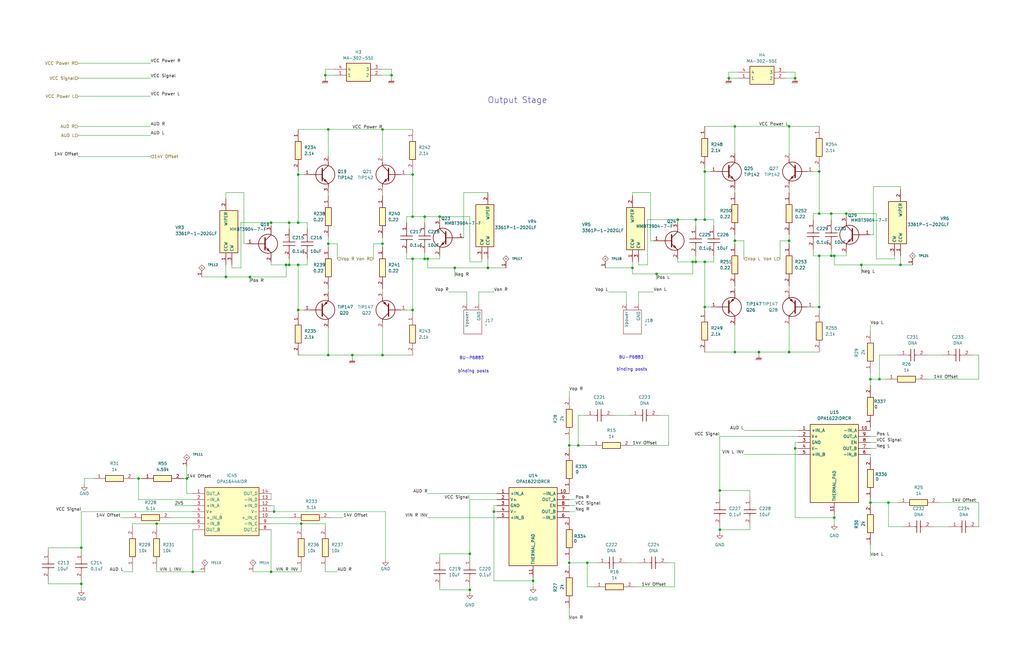
<source format=kicad_sch>
(kicad_sch (version 20231120) (generator "eeschema") (generator_version "8.0")
  (paper "B")
  (title_block (title "Audio System") (date "2025-02-06") (rev "P1") (company "Wolfe Engineering"))
  (junction (at 335.28 189.23))
  (junction (at 320.04 148.59))
  (junction (at 208.28 215.9))
  (junction (at 309.88 53.34))
  (junction (at 121.92 111.76))
  (junction (at 332.74 101.6))
  (junction (at 292.1 110.49))
  (junction (at 81.28 241.3))
  (junction (at 309.88 148.59))
  (junction (at 121.92 93.98))
  (junction (at 198.12 233.68))
  (junction (at 303.53 223.52))
  (junction (at 297.18 92.71))
  (junction (at 309.88 101.6))
  (junction (at 34.29 231.14))
  (junction (at 363.22 111.76))
  (junction (at 114.3 241.3))
  (junction (at 367.03 160.02))
  (junction (at 138.43 102.87))
  (junction (at 345.44 129.54))
  (junction (at 173.99 130.81))
  (junction (at 224.79 245.11))
  (junction (at 356.87 90.17))
  (junction (at 180.34 109.22))
  (junction (at 351.79 218.44))
  (junction (at 350.52 90.17))
  (junction (at 161.29 54.61))
  (junction (at 379.73 111.76))
  (junction (at 138.43 149.86))
  (junction (at 125.73 73.66))
  (junction (at 114.3 93.98))
  (junction (at 370.84 160.02))
  (junction (at 205.74 113.03))
  (junction (at 240.03 237.49))
  (junction (at 332.74 148.59))
  (junction (at 345.44 72.39))
  (junction (at 345.44 90.17))
  (junction (at 161.29 102.87))
  (junction (at 332.74 53.34))
  (junction (at 350.52 107.95))
  (junction (at 78.74 201.93))
  (junction (at 285.75 92.71))
  (junction (at 173.99 91.44))
  (junction (at 191.77 113.03))
  (junction (at 138.43 54.61))
  (junction (at 240.03 187.96))
  (junction (at 297.18 72.39))
  (junction (at 374.65 212.09))
  (junction (at 351.79 107.95))
  (junction (at 179.07 109.22))
  (junction (at 127 220.98))
  (junction (at 34.29 246.38))
  (junction (at 161.29 149.86))
  (junction (at 303.53 207.01))
  (junction (at 198.12 248.92))
  (junction (at 58.42 201.93))
  (junction (at 120.65 111.76))
  (junction (at 125.73 130.81))
  (junction (at 137.16 31.75))
  (junction (at 243.84 187.96))
  (junction (at 173.99 109.22))
  (junction (at 276.86 115.57))
  (junction (at 367.03 212.09))
  (junction (at 293.37 92.71))
  (junction (at 115.57 215.9))
  (junction (at 345.44 107.95))
  (junction (at 105.41 116.84))
  (junction (at 165.1 31.75))
  (junction (at 185.42 91.44))
  (junction (at 95.25 116.84))
  (junction (at 66.04 220.98))
  (junction (at 148.59 149.86))
  (junction (at 125.73 93.98))
  (junction (at 173.99 73.66))
  (junction (at 247.65 237.49))
  (junction (at 179.07 91.44))
  (junction (at 125.73 111.76))
  (junction (at 297.18 129.54))
  (junction (at 266.7 113.03))
  (junction (at 297.18 110.49))
  (junction (at 335.28 33.02))
  (junction (at 307.34 33.02))
  (junction (at 293.37 110.49))
  (wire (pts (xy 203.2 110.49) (xy 203.2 109.22)))
  (wire (pts (xy 303.53 184.15) (xy 336.55 184.15)))
  (wire (pts (xy 179.07 106.68) (xy 179.07 109.22)))
  (wire (pts (xy 374.65 212.09) (xy 378.46 212.09)))
  (wire (pts (xy 137.16 220.98) (xy 127 220.98)))
  (wire (pts (xy 247.65 247.65) (xy 250.19 247.65)))
  (wire (pts (xy 309.88 53.34) (xy 332.74 53.34)))
  (wire (pts (xy 297.18 72.39) (xy 297.18 92.71)))
  (wire (pts (xy 73.66 213.36) (xy 81.28 213.36)))
  (wire (pts (xy 161.29 29.21) (xy 165.1 29.21)))
  (wire (pts (xy 114.3 111.76) (xy 120.65 111.76)))
  (wire (pts (xy 345.44 71.12) (xy 345.44 72.39)))
  (wire (pts (xy 285.75 93.98) (xy 285.75 92.71)))
  (wire (pts (xy 78.74 201.93) (xy 78.74 208.28)))
  (wire (pts (xy 336.55 186.69) (xy 335.28 186.69)))
  (wire (pts (xy 39.37 201.93) (xy 35.56 201.93)))
  (wire (pts (xy 157.48 102.87) (xy 161.29 102.87)))
  (wire (pts (xy 240.03 187.96) (xy 240.03 189.23)))
  (wire (pts (xy 243.84 187.96) (xy 248.92 187.96)))
  (wire (pts (xy 240.03 213.36) (xy 242.57 213.36)))
  (wire (pts (xy 121.92 93.98) (xy 121.92 96.52)))
  (wire (pts (xy 281.94 237.49) (xy 284.48 237.49)))
  (wire (pts (xy 185.42 91.44) (xy 198.12 91.44)))
  (wire (pts (xy 114.3 213.36) (xy 115.57 213.36)))
  (wire (pts (xy 125.73 93.98) (xy 129.54 93.98)))
  (wire (pts (xy 33.02 57.15) (xy 63.5 57.15)))
  (wire (pts (xy 350.52 90.17) (xy 356.87 90.17)))
  (wire (pts (xy 368.3 78.74) (xy 379.73 78.74)))
  (wire (pts (xy 205.74 113.03) (xy 213.36 113.03)))
  (wire (pts (xy 55.88 222.25) (xy 55.88 220.98)))
  (wire (pts (xy 335.28 186.69) (xy 335.28 189.23)))
  (wire (pts (xy 313.69 101.6) (xy 313.69 109.22)))
  (wire (pts (xy 33.02 33.02) (xy 63.5 33.02)))
  (wire (pts (xy 209.55 213.36) (xy 208.28 213.36)))
  (wire (pts (xy 173.99 73.66) (xy 171.45 73.66)))
  (wire (pts (xy 240.03 187.96) (xy 243.84 187.96)))
  (wire (pts (xy 300.99 110.49) (xy 300.99 107.95)))
  (wire (pts (xy 345.44 148.59) (xy 332.74 148.59)))
  (wire (pts (xy 142.24 241.3) (xy 137.16 241.3)))
  (wire (pts (xy 85.09 116.84) (xy 95.25 116.84)))
  (wire (pts (xy 345.44 72.39) (xy 345.44 90.17)))
  (wire (pts (xy 363.22 111.76) (xy 379.73 111.76)))
  (wire (pts (xy 367.03 184.15) (xy 369.57 184.15)))
  (wire (pts (xy 125.73 72.39) (xy 125.73 73.66)))
  (wire (pts (xy 369.57 109.22) (xy 377.19 109.22)))
  (wire (pts (xy 114.3 218.44) (xy 121.92 218.44)))
  (wire (pts (xy 33.02 26.67) (xy 63.5 26.67)))
  (wire (pts (xy 201.93 128.27) (xy 201.93 123.19)))
  (wire (pts (xy 379.73 107.95) (xy 379.73 111.76)))
  (wire (pts (xy 269.24 110.49) (xy 269.24 111.76)))
  (wire (pts (xy 121.92 111.76) (xy 125.73 111.76)))
  (wire (pts (xy 173.99 73.66) (xy 173.99 91.44)))
  (wire (pts (xy 198.12 110.49) (xy 198.12 91.44)))
  (wire (pts (xy 101.6 93.98) (xy 114.3 93.98)))
  (wire (pts (xy 81.28 215.9) (xy 34.29 215.9)))
  (wire (pts (xy 345.44 107.95) (xy 345.44 129.54)))
  (wire (pts (xy 72.39 218.44) (xy 81.28 218.44)))
  (wire (pts (xy 331.47 30.48) (xy 335.28 30.48)))
  (wire (pts (xy 278.13 175.26) (xy 281.94 175.26)))
  (wire (pts (xy 173.99 109.22) (xy 173.99 130.81)))
  (wire (pts (xy 240.03 237.49) (xy 240.03 238.76)))
  (wire (pts (xy 412.75 222.25) (xy 412.75 212.09)))
  (wire (pts (xy 356.87 106.68) (xy 356.87 107.95)))
  (wire (pts (xy 379.73 111.76) (xy 384.81 111.76)))
  (wire (pts (xy 77.47 201.93) (xy 78.74 201.93)))
  (wire (pts (xy 240.03 256.54) (xy 240.03 261.62)))
  (wire (pts (xy 97.79 111.76) (xy 97.79 113.03)))
  (wire (pts (xy 185.42 247.65) (xy 185.42 248.92)))
  (wire (pts (xy 165.1 31.75) (xy 165.1 33.02)))
  (wire (pts (xy 180.34 218.44) (xy 209.55 218.44)))
  (wire (pts (xy 309.88 137.16) (xy 309.88 148.59)))
  (wire (pts (xy 208.28 245.11) (xy 224.79 245.11)))
  (wire (pts (xy 266.7 187.96) (xy 281.94 187.96)))
  (wire (pts (xy 309.88 101.6) (xy 309.88 102.87)))
  (wire (pts (xy 274.32 81.28) (xy 274.32 101.6)))
  (wire (pts (xy 313.69 181.61) (xy 336.55 181.61)))
  (wire (pts (xy 173.99 109.22) (xy 179.07 109.22)))
  (wire (pts (xy 374.65 212.09) (xy 374.65 222.25)))
  (wire (pts (xy 311.15 30.48) (xy 307.34 30.48)))
  (wire (pts (xy 162.56 215.9) (xy 162.56 236.22)))
  (wire (pts (xy 332.74 120.65) (xy 332.74 121.92)))
  (wire (pts (xy 171.45 91.44) (xy 173.99 91.44)))
  (wire (pts (xy 173.99 91.44) (xy 179.07 91.44)))
  (wire (pts (xy 240.03 215.9) (xy 242.57 215.9)))
  (wire (pts (xy 345.44 107.95) (xy 350.52 107.95)))
  (wire (pts (xy 285.75 109.22) (xy 285.75 110.49)))
  (wire (pts (xy 274.32 101.6) (xy 275.59 101.6)))
  (wire (pts (xy 55.88 220.98) (xy 66.04 220.98)))
  (wire (pts (xy 328.93 101.6) (xy 332.74 101.6)))
  (wire (pts (xy 374.65 222.25) (xy 381 222.25)))
  (wire (pts (xy 138.43 54.61) (xy 125.73 54.61)))
  (wire (pts (xy 335.28 189.23) (xy 335.28 218.44)))
  (wire (pts (xy 267.97 247.65) (xy 284.48 247.65)))
  (wire (pts (xy 293.37 92.71) (xy 297.18 92.71)))
  (wire (pts (xy 208.28 215.9) (xy 208.28 245.11)))
  (wire (pts (xy 350.52 90.17) (xy 350.52 92.71)))
  (wire (pts (xy 161.29 31.75) (xy 165.1 31.75)))
  (wire (pts (xy 309.88 148.59) (xy 297.18 148.59)))
  (wire (pts (xy 121.92 93.98) (xy 125.73 93.98)))
  (wire (pts (xy 342.9 107.95) (xy 342.9 105.41)))
  (wire (pts (xy 247.65 237.49) (xy 247.65 247.65)))
  (wire (pts (xy 185.42 234.95) (xy 185.42 233.68)))
  (wire (pts (xy 240.03 185.42) (xy 240.03 187.96)))
  (wire (pts (xy 297.18 110.49) (xy 297.18 129.54)))
  (wire (pts (xy 66.04 241.3) (xy 81.28 241.3)))
  (wire (pts (xy 179.07 91.44) (xy 179.07 93.98)))
  (wire (pts (xy 292.1 110.49) (xy 293.37 110.49)))
  (wire (pts (xy 127 241.3) (xy 127 240.03)))
  (wire (pts (xy 350.52 107.95) (xy 351.79 107.95)))
  (wire (pts (xy 367.03 229.87) (xy 367.03 234.95)))
  (wire (pts (xy 106.68 241.3) (xy 114.3 241.3)))
  (wire (pts (xy 356.87 107.95) (xy 351.79 107.95)))
  (wire (pts (xy 264.16 128.27) (xy 264.16 123.19)))
  (wire (pts (xy 292.1 115.57) (xy 292.1 110.49)))
  (wire (pts (xy 114.3 223.52) (xy 114.3 241.3)))
  (wire (pts (xy 367.03 186.69) (xy 369.57 186.69)))
  (wire (pts (xy 316.23 222.25) (xy 316.23 223.52)))
  (wire (pts (xy 66.04 222.25) (xy 66.04 220.98)))
  (wire (pts (xy 120.65 116.84) (xy 120.65 111.76)))
  (wire (pts (xy 273.05 92.71) (xy 285.75 92.71)))
  (wire (pts (xy 367.03 157.48) (xy 367.03 160.02)))
  (wire (pts (xy 58.42 210.82) (xy 58.42 201.93)))
  (wire (pts (xy 393.7 222.25) (xy 400.05 222.25)))
  (wire (pts (xy 316.23 223.52) (xy 303.53 223.52)))
  (wire (pts (xy 173.99 72.39) (xy 173.99 73.66)))
  (wire (pts (xy 171.45 130.81) (xy 173.99 130.81)))
  (wire (pts (xy 396.24 212.09) (xy 412.75 212.09)))
  (wire (pts (xy 303.53 207.01) (xy 303.53 209.55)))
  (wire (pts (xy 114.3 220.98) (xy 127 220.98)))
  (wire (pts (xy 309.88 80.01) (xy 309.88 81.28)))
  (wire (pts (xy 276.86 115.57) (xy 292.1 115.57)))
  (wire (pts (xy 173.99 149.86) (xy 161.29 149.86)))
  (wire (pts (xy 363.22 111.76) (xy 363.22 115.57)))
  (wire (pts (xy 129.54 111.76) (xy 129.54 109.22)))
  (wire (pts (xy 342.9 90.17) (xy 342.9 92.71)))
  (wire (pts (xy 185.42 107.95) (xy 185.42 109.22)))
  (wire (pts (xy 309.88 64.77) (xy 309.88 53.34)))
  (wire (pts (xy 367.03 189.23) (xy 369.57 189.23)))
  (wire (pts (xy 240.03 237.49) (xy 247.65 237.49)))
  (wire (pts (xy 78.74 208.28) (xy 81.28 208.28)))
  (wire (pts (xy 370.84 160.02) (xy 373.38 160.02)))
  (wire (pts (xy 269.24 128.27) (xy 269.24 123.19)))
  (wire (pts (xy 309.88 148.59) (xy 320.04 148.59)))
  (wire (pts (xy 264.16 237.49) (xy 269.24 237.49)))
  (wire (pts (xy 224.79 245.11) (xy 224.79 243.84)))
  (wire (pts (xy 114.3 110.49) (xy 114.3 111.76)))
  (wire (pts (xy 332.74 101.6) (xy 332.74 102.87)))
  (wire (pts (xy 81.28 210.82) (xy 58.42 210.82)))
  (wire (pts (xy 345.44 129.54) (xy 345.44 130.81)))
  (wire (pts (xy 266.7 113.03) (xy 266.7 115.57)))
  (wire (pts (xy 140.97 31.75) (xy 137.16 31.75)))
  (wire (pts (xy 293.37 107.95) (xy 293.37 110.49)))
  (wire (pts (xy 137.16 220.98) (xy 137.16 222.25)))
  (wire (pts (xy 81.28 223.52) (xy 81.28 241.3)))
  (wire (pts (xy 367.03 191.77) (xy 367.03 193.04)))
  (wire (pts (xy 198.12 110.49) (xy 203.2 110.49)))
  (wire (pts (xy 320.04 148.59) (xy 320.04 149.86)))
  (wire (pts (xy 297.18 71.12) (xy 297.18 72.39)))
  (wire (pts (xy 125.73 130.81) (xy 125.73 132.08)))
  (wire (pts (xy 185.42 109.22) (xy 180.34 109.22)))
  (wire (pts (xy 240.03 165.1) (xy 240.03 167.64)))
  (wire (pts (xy 198.12 233.68) (xy 198.12 234.95)))
  (wire (pts (xy 180.34 113.03) (xy 191.77 113.03)))
  (wire (pts (xy 247.65 237.49) (xy 251.46 237.49)))
  (wire (pts (xy 332.74 80.01) (xy 332.74 81.28)))
  (wire (pts (xy 58.42 201.93) (xy 59.69 201.93)))
  (wire (pts (xy 138.43 54.61) (xy 161.29 54.61)))
  (wire (pts (xy 309.88 99.06) (xy 309.88 101.6)))
  (wire (pts (xy 125.73 73.66) (xy 125.73 93.98)))
  (wire (pts (xy 297.18 72.39) (xy 299.72 72.39)))
  (wire (pts (xy 297.18 110.49) (xy 300.99 110.49)))
  (wire (pts (xy 259.08 175.26) (xy 265.43 175.26)))
  (wire (pts (xy 351.79 218.44) (xy 351.79 217.17)))
  (wire (pts (xy 266.7 81.28) (xy 274.32 81.28)))
  (wire (pts (xy 50.8 218.44) (xy 54.61 218.44)))
  (wire (pts (xy 412.75 149.86) (xy 412.75 160.02)))
  (wire (pts (xy 161.29 81.28) (xy 161.29 82.55)))
  (wire (pts (xy 351.79 218.44) (xy 351.79 220.98)))
  (wire (pts (xy 370.84 149.86) (xy 378.46 149.86)))
  (wire (pts (xy 20.32 231.14) (xy 34.29 231.14)))
  (wire (pts (xy 138.43 66.04) (xy 138.43 54.61)))
  (wire (pts (xy 266.7 81.28) (xy 266.7 82.55)))
  (wire (pts (xy 66.04 220.98) (xy 81.28 220.98)))
  (wire (pts (xy 20.32 232.41) (xy 20.32 231.14)))
  (wire (pts (xy 410.21 149.86) (xy 412.75 149.86)))
  (wire (pts (xy 198.12 210.82) (xy 209.55 210.82)))
  (wire (pts (xy 316.23 209.55) (xy 316.23 207.01)))
  (wire (pts (xy 171.45 109.22) (xy 171.45 106.68)))
  (wire (pts (xy 243.84 175.26) (xy 246.38 175.26)))
  (wire (pts (xy 114.3 210.82) (xy 114.3 208.28)))
  (wire (pts (xy 127 220.98) (xy 127 222.25)))
  (wire (pts (xy 332.74 64.77) (xy 332.74 53.34)))
  (wire (pts (xy 335.28 189.23) (xy 336.55 189.23)))
  (wire (pts (xy 309.88 120.65) (xy 309.88 121.92)))
  (wire (pts (xy 138.43 102.87) (xy 142.24 102.87)))
  (wire (pts (xy 328.93 101.6) (xy 328.93 109.22)))
  (wire (pts (xy 185.42 233.68) (xy 198.12 233.68)))
  (wire (pts (xy 33.02 66.04) (xy 63.5 66.04)))
  (wire (pts (xy 273.05 111.76) (xy 273.05 92.71)))
  (wire (pts (xy 198.12 210.82) (xy 198.12 233.68)))
  (wire (pts (xy 157.48 102.87) (xy 157.48 109.22)))
  (wire (pts (xy 198.12 250.19) (xy 198.12 248.92)))
  (wire (pts (xy 379.73 78.74) (xy 379.73 80.01)))
  (wire (pts (xy 138.43 121.92) (xy 138.43 123.19)))
  (wire (pts (xy 303.53 223.52) (xy 303.53 222.25)))
  (wire (pts (xy 142.24 102.87) (xy 142.24 109.22)))
  (wire (pts (xy 161.29 54.61) (xy 173.99 54.61)))
  (wire (pts (xy 332.74 53.34) (xy 345.44 53.34)))
  (wire (pts (xy 34.29 231.14) (xy 34.29 232.41)))
  (wire (pts (xy 114.3 215.9) (xy 115.57 215.9)))
  (wire (pts (xy 20.32 246.38) (xy 34.29 246.38)))
  (wire (pts (xy 284.48 237.49) (xy 284.48 247.65)))
  (wire (pts (xy 309.88 53.34) (xy 297.18 53.34)))
  (wire (pts (xy 208.28 213.36) (xy 208.28 215.9)))
  (wire (pts (xy 33.02 53.34) (xy 63.5 53.34)))
  (wire (pts (xy 240.03 207.01) (xy 240.03 208.28)))
  (wire (pts (xy 95.25 81.28) (xy 102.87 81.28)))
  (wire (pts (xy 180.34 208.28) (xy 209.55 208.28)))
  (wire (pts (xy 140.97 29.21) (xy 137.16 29.21)))
  (wire (pts (xy 148.59 149.86) (xy 161.29 149.86)))
  (wire (pts (xy 269.24 123.19) (xy 275.59 123.19)))
  (wire (pts (xy 125.73 149.86) (xy 138.43 149.86)))
  (wire (pts (xy 331.47 33.02) (xy 335.28 33.02)))
  (wire (pts (xy 102.87 102.87) (xy 104.14 102.87)))
  (wire (pts (xy 303.53 224.79) (xy 303.53 223.52)))
  (wire (pts (xy 125.73 111.76) (xy 129.54 111.76)))
  (wire (pts (xy 105.41 116.84) (xy 120.65 116.84)))
  (wire (pts (xy 198.12 248.92) (xy 198.12 247.65)))
  (wire (pts (xy 137.16 29.21) (xy 137.16 31.75)))
  (wire (pts (xy 173.99 130.81) (xy 173.99 132.08)))
  (wire (pts (xy 125.73 111.76) (xy 125.73 130.81)))
  (wire (pts (xy 114.3 241.3) (xy 127 241.3)))
  (wire (pts (xy 97.79 113.03) (xy 101.6 113.03)))
  (wire (pts (xy 377.19 109.22) (xy 377.19 107.95)))
  (wire (pts (xy 342.9 90.17) (xy 345.44 90.17)))
  (wire (pts (xy 311.15 33.02) (xy 307.34 33.02)))
  (wire (pts (xy 224.79 245.11) (xy 224.79 247.65)))
  (wire (pts (xy 161.29 121.92) (xy 161.29 123.19)))
  (wire (pts (xy 391.16 149.86) (xy 397.51 149.86)))
  (wire (pts (xy 351.79 111.76) (xy 363.22 111.76)))
  (wire (pts (xy 161.29 149.86) (xy 161.29 138.43)))
  (wire (pts (xy 255.27 113.03) (xy 266.7 113.03)))
  (wire (pts (xy 138.43 149.86) (xy 148.59 149.86)))
  (wire (pts (xy 115.57 213.36) (xy 115.57 215.9)))
  (wire (pts (xy 208.28 215.9) (xy 209.55 215.9)))
  (wire (pts (xy 243.84 175.26) (xy 243.84 187.96)))
  (wire (pts (xy 316.23 207.01) (xy 303.53 207.01)))
  (wire (pts (xy 191.77 113.03) (xy 191.77 116.84)))
  (wire (pts (xy 369.57 109.22) (xy 369.57 90.17)))
  (wire (pts (xy 137.16 31.75) (xy 137.16 33.02)))
  (wire (pts (xy 266.7 110.49) (xy 266.7 113.03)))
  (wire (pts (xy 293.37 92.71) (xy 293.37 95.25)))
  (wire (pts (xy 345.44 90.17) (xy 350.52 90.17)))
  (wire (pts (xy 161.29 102.87) (xy 161.29 104.14)))
  (wire (pts (xy 367.03 160.02) (xy 367.03 162.56)))
  (wire (pts (xy 309.88 101.6) (xy 313.69 101.6)))
  (wire (pts (xy 81.28 241.3) (xy 86.36 241.3)))
  (wire (pts (xy 367.03 99.06) (xy 368.3 99.06)))
  (wire (pts (xy 57.15 201.93) (xy 58.42 201.93)))
  (wire (pts (xy 55.88 240.03) (xy 55.88 241.3)))
  (wire (pts (xy 34.29 245.11) (xy 34.29 246.38)))
  (wire (pts (xy 148.59 149.86) (xy 148.59 151.13)))
  (wire (pts (xy 313.69 191.77) (xy 336.55 191.77)))
  (wire (pts (xy 370.84 149.86) (xy 370.84 160.02)))
  (wire (pts (xy 303.53 184.15) (xy 303.53 207.01)))
  (wire (pts (xy 367.03 180.34) (xy 367.03 181.61)))
  (wire (pts (xy 367.03 160.02) (xy 370.84 160.02)))
  (wire (pts (xy 137.16 241.3) (xy 137.16 240.03)))
  (wire (pts (xy 297.18 92.71) (xy 300.99 92.71)))
  (wire (pts (xy 269.24 111.76) (xy 273.05 111.76)))
  (wire (pts (xy 332.74 99.06) (xy 332.74 101.6)))
  (wire (pts (xy 171.45 91.44) (xy 171.45 93.98)))
  (wire (pts (xy 128.27 130.81) (xy 125.73 130.81)))
  (wire (pts (xy 115.57 215.9) (xy 162.56 215.9)))
  (wire (pts (xy 276.86 115.57) (xy 276.86 118.11)))
  (wire (pts (xy 191.77 113.03) (xy 205.74 113.03)))
  (wire (pts (xy 356.87 90.17) (xy 369.57 90.17)))
  (wire (pts (xy 66.04 241.3) (xy 66.04 240.03)))
  (wire (pts (xy 35.56 201.93) (xy 35.56 204.47)))
  (wire (pts (xy 281.94 175.26) (xy 281.94 187.96)))
  (wire (pts (xy 105.41 116.84) (xy 105.41 119.38)))
  (wire (pts (xy 195.58 81.28) (xy 195.58 100.33)))
  (wire (pts (xy 196.85 128.27) (xy 196.85 123.19)))
  (wire (pts (xy 33.02 40.64) (xy 63.5 40.64)))
  (wire (pts (xy 185.42 248.92) (xy 198.12 248.92)))
  (wire (pts (xy 185.42 91.44) (xy 185.42 92.71)))
  (wire (pts (xy 138.43 100.33) (xy 138.43 102.87)))
  (wire (pts (xy 350.52 105.41) (xy 350.52 107.95)))
  (wire (pts (xy 332.74 148.59) (xy 332.74 137.16)))
  (wire (pts (xy 179.07 91.44) (xy 185.42 91.44)))
  (wire (pts (xy 335.28 218.44) (xy 351.79 218.44)))
  (wire (pts (xy 367.03 137.16) (xy 367.03 139.7)))
  (wire (pts (xy 20.32 245.11) (xy 20.32 246.38)))
  (wire (pts (xy 368.3 78.74) (xy 368.3 99.06)))
  (wire (pts (xy 120.65 111.76) (xy 121.92 111.76)))
  (wire (pts (xy 307.34 30.48) (xy 307.34 33.02)))
  (wire (pts (xy 256.54 123.19) (xy 264.16 123.19)))
  (wire (pts (xy 138.43 138.43) (xy 138.43 149.86)))
  (wire (pts (xy 293.37 110.49) (xy 297.18 110.49)))
  (wire (pts (xy 129.54 93.98) (xy 129.54 96.52)))
  (wire (pts (xy 101.6 113.03) (xy 101.6 93.98)))
  (wire (pts (xy 299.72 129.54) (xy 297.18 129.54)))
  (wire (pts (xy 102.87 81.28) (xy 102.87 102.87)))
  (wire (pts (xy 114.3 93.98) (xy 121.92 93.98)))
  (wire (pts (xy 171.45 109.22) (xy 173.99 109.22)))
  (wire (pts (xy 179.07 109.22) (xy 180.34 109.22)))
  (wire (pts (xy 138.43 81.28) (xy 138.43 82.55)))
  (wire (pts (xy 34.29 246.38) (xy 34.29 248.92)))
  (wire (pts (xy 34.29 215.9) (xy 34.29 231.14)))
  (wire (pts (xy 345.44 72.39) (xy 342.9 72.39)))
  (wire (pts (xy 189.23 123.19) (xy 196.85 123.19)))
  (wire (pts (xy 342.9 107.95) (xy 345.44 107.95)))
  (wire (pts (xy 138.43 102.87) (xy 138.43 104.14)))
  (wire (pts (xy 205.74 109.22) (xy 205.74 113.03)))
  (wire (pts (xy 351.79 107.95) (xy 351.79 111.76)))
  (wire (pts (xy 114.3 95.25) (xy 114.3 93.98)))
  (wire (pts (xy 240.03 236.22) (xy 240.03 237.49)))
  (wire (pts (xy 320.04 148.59) (xy 332.74 148.59)))
  (wire (pts (xy 300.99 92.71) (xy 300.99 95.25)))
  (wire (pts (xy 285.75 92.71) (xy 293.37 92.71)))
  (wire (pts (xy 195.58 81.28) (xy 205.74 81.28)))
  (wire (pts (xy 201.93 123.19) (xy 208.28 123.19)))
  (wire (pts (xy 391.16 160.02) (xy 412.75 160.02)))
  (wire (pts (xy 342.9 129.54) (xy 345.44 129.54)))
  (wire (pts (xy 55.88 241.3) (xy 52.07 241.3)))
  (wire (pts (xy 240.03 210.82) (xy 242.57 210.82)))
  (wire (pts (xy 367.03 210.82) (xy 367.03 212.09)))
  (wire (pts (xy 266.7 115.57) (xy 276.86 115.57)))
  (wire (pts (xy 125.73 73.66) (xy 128.27 73.66)))
  (wire (pts (xy 121.92 109.22) (xy 121.92 111.76)))
  (wire (pts (xy 95.25 116.84) (xy 105.41 116.84)))
  (wire (pts (xy 139.7 218.44) (xy 144.78 218.44)))
  (wire (pts (xy 95.25 81.28) (xy 95.25 83.82)))
  (wire (pts (xy 367.03 212.09) (xy 374.65 212.09)))
  (wire (pts (xy 78.74 196.85) (xy 78.74 201.93)))
  (wire (pts (xy 165.1 29.21) (xy 165.1 31.75)))
  (wire (pts (xy 285.75 110.49) (xy 292.1 110.49)))
  (wire (pts (xy 95.25 111.76) (xy 95.25 116.84)))
  (wire (pts (xy 297.18 129.54) (xy 297.18 130.81)))
  (wire (pts (xy 335.28 30.48) (xy 335.28 33.02)))
  (wire (pts (xy 161.29 66.04) (xy 161.29 54.61)))
  (wire (pts (xy 356.87 90.17) (xy 356.87 91.44)))
  (wire (pts (xy 161.29 100.33) (xy 161.29 102.87)))
  (wire (pts (xy 180.34 109.22) (xy 180.34 113.03)))
  (text "BU-P6883" (at 266.192 150.876 0) (effects (font (size 1.27 1.27))))
  (text "Output Stage" (at 218.186 42.418 0) (effects (font (size 2.54 2.54))))
  (text "BU-P6883" (at 198.882 151.13 0) (effects (font (size 1.27 1.27))))
  (text "binding posts" (at 199.644 156.718 0) (effects (font (size 1.27 1.27))))
  (text "binding posts" (at 266.446 155.956 0) (effects (font (size 1.27 1.27))))
  (label "VCC Signal" (at 369.57 186.69 0))
  (label "Von R" (at 208.28 123.19 0))
  (label "Pos R" (at 105.41 119.38 0))
  (label "VCC Signal" (at 242.57 213.36 0))
  (label "Von R" (at 240.03 261.62 0))
  (label "Neg L" (at 363.22 115.57 0))
  (label "VIN R INV" (at 180.34 218.44 180))
  (label "VCC Power L" (at 320.04 53.34 0))
  (label "14V Offset" (at 393.7 160.02 0))
  (label "Vop R" (at 240.03 165.1 0))
  (label "AUD R" (at 142.24 241.3 0))
  (label "VIN R INV" (at 125.73 241.3 180))
  (label "AUD R" (at 63.5 53.34 0))
  (label "VCC Power L" (at 63.5 40.64 0))
  (label "Von L" (at 367.03 234.95 0))
  (label "VCC Signal" (at 34.29 215.9 180))
  (label "14V Offset" (at 33.02 66.04 180))
  (label "Pos R" (at 242.57 210.82 0))
  (label "AUD L" (at 313.69 181.61 180))
  (label "AUD L" (at 52.07 241.3 180))
  (label "Pos L" (at 276.86 118.11 0))
  (label "14V Offset" (at 144.78 218.44 0))
  (label "VCC Signal" (at 198.12 210.82 180))
  (label "VCC Power R" (at 148.59 54.61 0))
  (label "Neg R" (at 242.57 215.9 0))
  (label "VIN L INV" (at 313.69 191.77 180))
  (label "AUD L" (at 63.5 57.15 0))
  (label "14V Offset" (at 78.74 201.93 0))
  (label "VCC Signal" (at 63.5 33.02 0))
  (label "VCC Power R" (at 63.5 26.67 0))
  (label "Pos L" (at 369.57 184.15 0))
  (label "AUD R" (at 180.34 208.28 180))
  (label "Neg L" (at 369.57 189.23 0))
  (label "14V Offset" (at 266.7 187.96 0))
  (label "Vop R" (at 189.23 123.19 180))
  (label "VCC Signal" (at 303.53 184.15 180))
  (label "Vop L" (at 367.03 137.16 0))
  (label "Vop L" (at 256.54 123.19 180))
  (label "14V Offset" (at 270.51 247.65 0))
  (label "Neg R" (at 191.77 116.84 0))
  (label "Von L" (at 275.59 123.19 0))
  (label "14V Offset" (at 401.32 212.09 0))
  (label "14V Offset" (at 50.8 218.44 180))
  (label "2V5" (at 73.66 213.36 0))
  (label "VIN L INV" (at 67.31 241.3 0))
  (hierarchical_label "Von L" (shape input) (at 328.93 109.22 180))
  (hierarchical_label "VCC Power L" (shape input) (at 33.02 40.64 180))
  (hierarchical_label "AUD R" (shape input) (at 33.02 53.34 180))
  (hierarchical_label "AUD L" (shape input) (at 33.02 57.15 180))
  (hierarchical_label "VCC Power R" (shape input) (at 33.02 26.67 180))
  (hierarchical_label "Von R" (shape input) (at 157.48 109.22 180))
  (hierarchical_label "Vop R" (shape input) (at 142.24 109.22 0))
  (hierarchical_label "Vop L" (shape input) (at 313.69 109.22 0))
  (hierarchical_label "VCC Signal" (shape input) (at 33.02 33.02 180))
  (hierarchical_label "14V Offset" (shape input) (at 63.5 66.04 0))
  (symbol (lib_id "1 Audio Amp:3361P-1-202GLF") (at 95.25 111.76 90) (unit 1)
    (property "Reference" "VR3" (at 73.914 96.012 90) (effects (justify right)))
    (property "Value" "3361P-1-202GLF" (at 73.914 98.552 90) (effects (justify right)))
    (property "Footprint" "1 Audio Amp:3361P1202GLF" (effects (hide yes)))
    (property "Datasheet" "https://componentsearchengine.com/Datasheets/1/3361P-1-202GLF.pdf" (effects (hide yes)))
    (property "Description" "Res Cermet Trimmer 2K Ohm 10% 0.5W(1/2W) 1(Elec)/1(Mech)Turns 2.77mm (6.71 X 8.53 X 5.21mm) Gull Wing SMD T/R" (effects (hide yes)))
    (property "Height" "5.21" (effects (hide yes)))
    (property "Manufacturer_Name" "Bourns" (effects (hide yes)))
    (property "Manufacturer_Part_Number" "3361P-1-202GLF" (effects (hide yes)))
    (property "Mouser Part Number" "652-3361P-1-202GLF" (effects (hide yes)))
    (property "Mouser Price/Stock" "https://www.mouser.co.uk/ProductDetail/Bourns/3361P-1-202GLF?qs=fqIB%2FsSTfTYJe%2Fe5FOkYjw%3D%3D" (effects (hide yes)))
    (property "Arrow Part Number" "3361P-1-202GLF" (effects (hide yes)))
    (property "Arrow Price/Stock" "https://www.arrow.com/en/products/3361p-1-202glf/bourns?region=nac" (effects (hide yes)))
  )
  (symbol (lib_id "Audio System:RLP73K3AR22JTE") (at 309.88 102.87 270) (unit 1)
    (property "Reference" "R251" (at 303.53 110.49 90) (effects (justify left)))
    (property "Value" "0.22" (at 303.53 113.03 90) (effects (justify left)))
    (property "Footprint" "1 Audio Amp:RESC6432X84N" (effects (hide yes)))
    (property "Datasheet" "https://www.te.com/commerce/DocumentDelivery/DDEController?Action=showdoc&DocId=Customer+Drawing%7F2176058%7FBA%7Fpdf%7FEnglish%7FENG_CD_2176058_BA.pdf%7F3-2176058-3" (effects (hide yes)))
    (property "Height" "0.84" (effects (hide yes)))
    (property "Manufacturer_Name" "TE Connectivity" (effects (hide yes)))
    (property "Manufacturer_Part_Number" "RLP73K3AR22JTE" (effects (hide yes)))
    (property "Arrow Part Number" "RLP73K3AR22JTE" (effects (hide yes)))
    (property "Arrow Price/Stock" "https://www.arrow.com/en/products/rlp73k3ar22jte/te-connectivity" (effects (hide yes)))
  )
  (symbol (lib_id "Audio System:RLP73K3AR22JTE") (at 332.74 81.28 270) (unit 1)
    (property "Reference" "R252" (at 335.153 88.9 90) (effects (justify left)))
    (property "Value" "0.22" (at 335.153 91.44 90) (effects (justify left)))
    (property "Footprint" "1 Audio Amp:RESC6432X84N" (effects (hide yes)))
    (property "Datasheet" "https://www.te.com/commerce/DocumentDelivery/DDEController?Action=showdoc&DocId=Customer+Drawing%7F2176058%7FBA%7Fpdf%7FEnglish%7FENG_CD_2176058_BA.pdf%7F3-2176058-3" (effects (hide yes)))
    (property "Height" "0.84" (effects (hide yes)))
    (property "Manufacturer_Name" "TE Connectivity" (effects (hide yes)))
    (property "Manufacturer_Part_Number" "RLP73K3AR22JTE" (effects (hide yes)))
    (property "Arrow Part Number" "RLP73K3AR22JTE" (effects (hide yes)))
    (property "Arrow Price/Stock" "https://www.arrow.com/en/products/rlp73k3ar22jte/te-connectivity" (effects (hide yes)))
  )
  (symbol (lib_id "Audio System:TIP142") (at 299.72 72.39 0) (unit 1)
    (property "Reference" "Q25" (at 313.69 71.12 0) (effects (justify left)))
    (property "Value" "TIP142" (at 313.69 73.66 0) (effects (justify left)))
    (property "Footprint" "1 Audio Amp:TO545P500X1560X2420-3P" (effects (hide yes)))
    (property "Datasheet" "https://pdf1.alldatasheet.com/datasheet-pdf/view/476556/COMSET/TIP142.html" (effects (hide yes)))
    (property "Height" "5" (effects (hide yes)))
    (property "Manufacturer_Name" "Comset" (effects (hide yes)))
    (property "Manufacturer_Part_Number" "TIP142" (effects (hide yes)))
  )
  (symbol (lib_id "power:GNDPWR") (at 320.04 149.86 0) (unit 1)
    (property "Reference" "#PWR0299" (effects (hide yes)))
    (property "Value" "GNDPWR" (effects (hide yes)))
  )
  (symbol (lib_id "Audio System:RLP73K3AR22JTE") (at 309.88 81.28 270) (unit 1)
    (property "Reference" "R250" (at 303.53 88.9 90) (effects (justify left)))
    (property "Value" "0.22" (at 303.53 91.44 90) (effects (justify left)))
    (property "Footprint" "1 Audio Amp:RESC6432X84N" (effects (hide yes)))
    (property "Datasheet" "https://www.te.com/commerce/DocumentDelivery/DDEController?Action=showdoc&DocId=Customer+Drawing%7F2176058%7FBA%7Fpdf%7FEnglish%7FENG_CD_2176058_BA.pdf%7F3-2176058-3" (effects (hide yes)))
    (property "Height" "0.84" (effects (hide yes)))
    (property "Manufacturer_Name" "TE Connectivity" (effects (hide yes)))
    (property "Manufacturer_Part_Number" "RLP73K3AR22JTE" (effects (hide yes)))
    (property "Arrow Part Number" "RLP73K3AR22JTE" (effects (hide yes)))
    (property "Arrow Price/Stock" "https://www.arrow.com/en/products/rlp73k3ar22jte/te-connectivity" (effects (hide yes)))
  )
  (symbol (lib_name "GND_5") (lib_id "power:GND") (at 162.56 236.22 0) (unit 1)
    (property "Reference" "#PWR0293" (effects (hide yes)))
    (property "Value" "GND" (at 162.56 240.03 0))
  )
  (symbol (lib_id "Audio System:TP") (at 106.68 237.49 0) (unit 1) (exclude_from_sim yes) (in_bom no)
    (property "Reference" "TP114" (at 109.22 237.4899 0) (effects (font (size 0.9 0.9)) (justify left)))
    (property "Value" "~" (at 106.68 237.49 0))
    (property "Footprint" "1 Audio Amp:TP" (effects (hide yes)))
  )
  (symbol (lib_id "Audio System:RLP73K3AR22JTE") (at 161.29 104.14 270) (unit 1)
    (property "Reference" "R241" (at 163.703 111.76 90) (effects (justify left)))
    (property "Value" "0.22" (at 163.703 114.3 90) (effects (justify left)))
    (property "Footprint" "1 Audio Amp:RESC6432X84N" (effects (hide yes)))
    (property "Datasheet" "https://www.te.com/commerce/DocumentDelivery/DDEController?Action=showdoc&DocId=Customer+Drawing%7F2176058%7FBA%7Fpdf%7FEnglish%7FENG_CD_2176058_BA.pdf%7F3-2176058-3" (effects (hide yes)))
    (property "Height" "0.84" (effects (hide yes)))
    (property "Manufacturer_Name" "TE Connectivity" (effects (hide yes)))
    (property "Manufacturer_Part_Number" "RLP73K3AR22JTE" (effects (hide yes)))
    (property "Arrow Part Number" "RLP73K3AR22JTE" (effects (hide yes)))
    (property "Arrow Price/Stock" "https://www.arrow.com/en/products/rlp73k3ar22jte/te-connectivity" (effects (hide yes)))
  )
  (symbol (lib_id "Audio System:ERA-8APB2101V") (at 173.99 54.61 270) (unit 1)
    (property "Reference" "R242" (at 176.53 62.23 90) (effects (justify left)))
    (property "Value" "2.1k" (at 176.53 64.77 90) (effects (justify left)))
    (property "Footprint" "1 Audio Amp:RESC3216X70N" (effects (hide yes)))
    (property "Datasheet" "https://industrial.panasonic.com/cdbs/www-data/pdf/RDM0000/AOA0000C307.pdf" (effects (hide yes)))
    (property "Height" "0.7" (effects (hide yes)))
    (property "Manufacturer_Name" "Panasonic" (effects (hide yes)))
    (property "Manufacturer_Part_Number" "ERA-8APB2101V" (effects (hide yes)))
  )
  (symbol (lib_id "Audio System:RC0603JR-070RL") (at 367.03 180.34 270) (mirror x) (unit 1)
    (property "Reference" "R337" (at 373.634 169.418 90) (effects (justify right)))
    (property "Value" "0" (at 370.078 171.704 90) (effects (justify right)))
    (property "Footprint" "1 Audio Amp:RESC1608X55N" (effects (hide yes)))
    (property "Datasheet" "https://componentsearchengine.com/Datasheets/2/RC0603JR-070RL.pdf" (effects (hide yes)))
    (property "Height" "0.55" (effects (hide yes)))
    (property "Manufacturer_Name" "YAGEO" (effects (hide yes)))
    (property "Manufacturer_Part_Number" "RC0603JR-070RL" (effects (hide yes)))
    (property "Mouser Part Number" "603-RC0603JR-070RL" (effects (hide yes)))
    (property "Mouser Price/Stock" "https://www.mouser.co.uk/ProductDetail/YAGEO/RC0603JR-070RL?qs=2cAdsCoAWRGWyPcuXgGiXQ%3D%3D" (effects (hide yes)))
    (property "Arrow Part Number" "RC0603JR-070RL" (effects (hide yes)))
    (property "Arrow Price/Stock" "https://www.arrow.com/en/products/rc0603jr-070rl/yageo?utm_currency=USD&region=nac" (effects (hide yes)))
  )
  (symbol (lib_id "1 Audio Amp:3361P-1-202GLF") (at 266.7 110.49 90) (unit 1)
    (property "Reference" "VR5" (at 245.364 94.742 90) (effects (justify right)))
    (property "Value" "3361P-1-202GLF" (at 245.364 97.282 90) (effects (justify right)))
    (property "Footprint" "1 Audio Amp:3361P1202GLF" (effects (hide yes)))
    (property "Datasheet" "https://componentsearchengine.com/Datasheets/1/3361P-1-202GLF.pdf" (effects (hide yes)))
    (property "Description" "Res Cermet Trimmer 2K Ohm 10% 0.5W(1/2W) 1(Elec)/1(Mech)Turns 2.77mm (6.71 X 8.53 X 5.21mm) Gull Wing SMD T/R" (effects (hide yes)))
    (property "Height" "5.21" (effects (hide yes)))
    (property "Manufacturer_Name" "Bourns" (effects (hide yes)))
    (property "Manufacturer_Part_Number" "3361P-1-202GLF" (effects (hide yes)))
    (property "Mouser Part Number" "652-3361P-1-202GLF" (effects (hide yes)))
    (property "Mouser Price/Stock" "https://www.mouser.co.uk/ProductDetail/Bourns/3361P-1-202GLF?qs=fqIB%2FsSTfTYJe%2Fe5FOkYjw%3D%3D" (effects (hide yes)))
    (property "Arrow Part Number" "3361P-1-202GLF" (effects (hide yes)))
    (property "Arrow Price/Stock" "https://www.arrow.com/en/products/3361p-1-202glf/bourns?region=nac" (effects (hide yes)))
  )
  (symbol (lib_id "Audio System:ERA-8APB2101V") (at 345.44 53.34 270) (unit 1)
    (property "Reference" "R254" (at 347.98 60.96 90) (effects (justify left)))
    (property "Value" "2.1k" (at 347.98 63.5 90) (effects (justify left)))
    (property "Footprint" "1 Audio Amp:RESC3216X70N" (effects (hide yes)))
    (property "Datasheet" "https://industrial.panasonic.com/cdbs/www-data/pdf/RDM0000/AOA0000C307.pdf" (effects (hide yes)))
    (property "Height" "0.7" (effects (hide yes)))
    (property "Manufacturer_Name" "Panasonic" (effects (hide yes)))
    (property "Manufacturer_Part_Number" "ERA-8APB2101V" (effects (hide yes)))
  )
  (symbol (lib_id "Audio System:GRM21BR61H106KE43L") (at 179.07 93.98 270) (unit 1)
    (property "Reference" "C218" (at 180.34 97.79 90) (effects (justify left)))
    (property "Value" "10uF" (at 180.34 103.505 90) (effects (justify left)))
    (property "Footprint" "1 Audio Amp:GRM21x" (effects (hide yes)))
    (property "Datasheet" "https://search.murata.co.jp/Ceramy/image/img/A01X/G101/ENG/GRM21BR61H106KE43-01A.pdf" (effects (hide yes)))
    (property "Height" "1.25" (effects (hide yes)))
    (property "Manufacturer_Name" "Murata Electronics" (effects (hide yes)))
    (property "Manufacturer_Part_Number" "GRM21BR61H106KE43L" (effects (hide yes)))
    (property "Mouser Part Number" "81-GRM21BR61H106KE3L" (effects (hide yes)))
    (property "Mouser Price/Stock" "https://www.mouser.co.uk/ProductDetail/Murata-Electronics/GRM21BR61H106KE43L?qs=lYGu3FyN48cBZlIduWKclg%3D%3D" (effects (hide yes)))
    (property "Arrow Part Number" "GRM21BR61H106KE43L" (effects (hide yes)))
    (property "Arrow Price/Stock" "https://www.arrow.com/en/products/grm21br61h106ke43l/murata-manufacturing?region=nac" (effects (hide yes)))
  )
  (symbol (lib_id "Audio System:TP") (at 384.81 107.95 0) (unit 1) (exclude_from_sim yes) (in_bom no)
    (property "Reference" "TP121" (at 387.35 107.9499 0) (effects (font (size 0.9 0.9)) (justify left)))
    (property "Value" "~" (at 384.81 107.95 0))
    (property "Footprint" "1 Audio Amp:TP" (effects (hide yes)))
  )
  (symbol (lib_id "Audio System:C0603C104M5RACTU") (at 397.51 149.86 0) (unit 1)
    (property "Reference" "C233" (at 403.86 142.24 0))
    (property "Value" "DNA" (at 403.86 144.78 0))
    (property "Footprint" "1 Audio Amp:C0603" (effects (hide yes)))
    (property "Datasheet" "https://content.kemet.com/datasheets/KEM_C1002_X7R_SMD.pdf" (effects (hide yes)))
    (property "Height" "0.87" (effects (hide yes)))
    (property "Manufacturer_Name" "KEMET" (effects (hide yes)))
    (property "Manufacturer_Part_Number" "C0603C104M5RACTU" (effects (hide yes)))
    (property "Mouser Part Number" "80-C0603C104M5R" (effects (hide yes)))
    (property "Mouser Price/Stock" "https://www.mouser.co.uk/ProductDetail/KEMET/C0603C104M5RACTU?qs=YkRtRX%252BfoqJT%252B0m410IP4A%3D%3D" (effects (hide yes)))
    (property "Arrow Part Number" "C0603C104M5RACTU" (effects (hide yes)))
    (property "Arrow Price/Stock" "https://www.arrow.com/en/products/c0603c104m5ractu/kemet-corporation?utm_currency=USD&region=nac" (effects (hide yes)))
  )
  (symbol (lib_id "Audio System:TIP142") (at 171.45 73.66 0) (mirror y) (unit 1)
    (property "Reference" "Q21" (at 156.845 72.39 0) (effects (justify left)))
    (property "Value" "TIP142" (at 157.48 74.93 0) (effects (justify left)))
    (property "Footprint" "1 Audio Amp:TO545P500X1560X2420-3P" (effects (hide yes)))
    (property "Datasheet" "https://pdf1.alldatasheet.com/datasheet-pdf/view/476556/COMSET/TIP142.html" (effects (hide yes)))
    (property "Height" "5" (effects (hide yes)))
    (property "Manufacturer_Name" "Comset" (effects (hide yes)))
    (property "Manufacturer_Part_Number" "TIP142" (effects (hide yes)))
  )
  (symbol (lib_name "GND_4") (lib_id "power:GND") (at 34.29 248.92 0) (unit 1)
    (property "Reference" "#PWR0289" (effects (hide yes)))
    (property "Value" "GND" (at 34.29 252.73 0))
  )
  (symbol (lib_id "power:GND") (at 303.53 224.79 0) (unit 1)
    (property "Reference" "#PWR0297" (effects (hide yes)))
    (property "Value" "GND" (at 303.53 229.87 0))
  )
  (symbol (lib_id "Audio System:MA-302-55E") (at 140.97 29.21 0) (unit 1)
    (property "Reference" "H3" (at 151.13 21.971 0))
    (property "Value" "MA-302-55E" (at 151.13 24.511 0))
    (property "Footprint" "1 Audio Amp:MA30255E" (effects (hide yes)))
    (property "Datasheet" "https://datasheet.datasheetarchive.com/originals/distributors/Datasheets-DGA11/2294770.pdf" (effects (hide yes)))
    (property "Height" "39.3" (effects (hide yes)))
    (property "Manufacturer_Name" "Ohmite" (effects (hide yes)))
    (property "Manufacturer_Part_Number" "MA-302-55E" (effects (hide yes)))
    (property "Mouser Part Number" "588-MA-302-55E" (effects (hide yes)))
    (property "Mouser Price/Stock" "https://www.mouser.co.uk/ProductDetail/Ohmite/MA-302-55E?qs=tYmwsUu3c1E9CA0MfHqiiA%3D%3D" (effects (hide yes)))
  )
  (symbol (lib_id "1 Audio Amp:power_wires") (at 266.7 135.89 270) (unit 1)
    (property "Reference" "J18" (at 271.78 135.2549 90) (effects (justify left)))
    (property "Value" "~" (at 271.78 137.16 90) (effects (justify left)))
    (property "Footprint" "1 Audio Amp:power wires" (effects (hide yes)))
  )
  (symbol (lib_id "1 Audio Amp:ERA-3AEB102V") (at 248.92 187.96 0) (unit 1)
    (property "Reference" "R15" (at 257.81 181.61 0))
    (property "Value" "1k" (at 257.81 184.15 0))
    (property "Footprint" "ERA3AEB101V" (effects (hide yes)))
    (property "Datasheet" "https://industrial.panasonic.com/cdbs/www-data/pdf/RDM0000/AOA0000C307.pdf" (effects (hide yes)))
    (property "Description" "Thin Film Resistors - SMD 0603 1/10W 1Kohms 0.1% 25ppm" (effects (hide yes)))
    (property "Height" "0.55" (effects (hide yes)))
    (property "Manufacturer_Name" "Panasonic" (effects (hide yes)))
    (property "Manufacturer_Part_Number" "ERA-3AEB102V" (effects (hide yes)))
    (property "Mouser Part Number" "667-ERA-3AEB102V" (effects (hide yes)))
    (property "Mouser Price/Stock" "https://www.mouser.co.uk/ProductDetail/Panasonic/ERA-3AEB102V?qs=1VWA5LkbEaoqrqE7i0E0xA%3D%3D" (effects (hide yes)))
    (property "Arrow Part Number" "ERA-3AEB102V" (effects (hide yes)))
    (property "Arrow Price/Stock" "https://www.arrow.com/en/products/era3aeb102v/panasonic?utm_currency=USD&region=europe" (effects (hide yes)))
  )
  (symbol (lib_id "Audio System:RC0603JR-070RL") (at 240.03 236.22 270) (mirror x) (unit 1)
    (property "Reference" "R334" (at 247.142 226.314 90) (effects (justify right)))
    (property "Value" "0" (at 243.332 228.346 90) (effects (justify right)))
    (property "Footprint" "1 Audio Amp:RESC1608X55N" (effects (hide yes)))
    (property "Datasheet" "https://componentsearchengine.com/Datasheets/2/RC0603JR-070RL.pdf" (effects (hide yes)))
    (property "Height" "0.55" (effects (hide yes)))
    (property "Manufacturer_Name" "YAGEO" (effects (hide yes)))
    (property "Manufacturer_Part_Number" "RC0603JR-070RL" (effects (hide yes)))
    (property "Mouser Part Number" "603-RC0603JR-070RL" (effects (hide yes)))
    (property "Mouser Price/Stock" "https://www.mouser.co.uk/ProductDetail/YAGEO/RC0603JR-070RL?qs=2cAdsCoAWRGWyPcuXgGiXQ%3D%3D" (effects (hide yes)))
    (property "Arrow Part Number" "RC0603JR-070RL" (effects (hide yes)))
    (property "Arrow Price/Stock" "https://www.arrow.com/en/products/rc0603jr-070rl/yageo?utm_currency=USD&region=nac" (effects (hide yes)))
  )
  (symbol (lib_id "Audio System:MMBT3904-7-F") (at 195.58 100.33 0) (mirror y) (unit 1)
    (property "Reference" "Q23" (at 189.992 92.202 0) (effects (justify left)))
    (property "Value" "MMBT3904-7-F" (at 202.946 94.234 0) (effects (justify left)))
    (property "Footprint" "1 Audio Amp:SOT96P240X110-3N" (effects (hide yes)))
    (property "Datasheet" "https://www.diodes.com//assets/Datasheets/MMBT3904.pdf" (effects (hide yes)))
    (property "Height" "1.1" (effects (hide yes)))
    (property "Manufacturer_Name" "Diodes Incorporated" (effects (hide yes)))
    (property "Manufacturer_Part_Number" "MMBT3904-7-F" (effects (hide yes)))
    (property "Mouser Part Number" "621-MMBT3904-F" (effects (hide yes)))
    (property "Mouser Price/Stock" "https://www.mouser.co.uk/ProductDetail/Diodes-Incorporated/MMBT3904-7-F?qs=7F%2FY8wl6X3H3eL7tHVWSBQ%3D%3D" (effects (hide yes)))
    (property "Arrow Part Number" "MMBT3904-7-F" (effects (hide yes)))
    (property "Arrow Price/Stock" "https://www.arrow.com/en/products/mmbt3904-7-f/diodes-incorporated?region=europe" (effects (hide yes)))
  )
  (symbol (lib_id "Audio System:ERA-3AEB103V") (at 137.16 240.03 90) (unit 1)
    (property "Reference" "R237" (at 139.7 229.87 90) (effects (justify right)))
    (property "Value" "10k" (at 139.7 232.41 90) (effects (justify right)))
    (property "Footprint" "1 Audio Amp:ERA3AEB101V" (effects (hide yes)))
    (property "Datasheet" "https://industrial.panasonic.com/cdbs/www-data/pdf/RDM0000/AOA0000C307.pdf" (effects (hide yes)))
    (property "Height" "0.55" (effects (hide yes)))
    (property "Manufacturer_Name" "Panasonic" (effects (hide yes)))
    (property "Manufacturer_Part_Number" "ERA-3AEB103V" (effects (hide yes)))
    (property "Mouser Part Number" "667-ERA-3AEB103V" (effects (hide yes)))
    (property "Mouser Price/Stock" "https://www.mouser.co.uk/ProductDetail/Panasonic/ERA-3AEB103V?qs=1VWA5LkbEaprA2zo9bMIGA%3D%3D" (effects (hide yes)))
    (property "Arrow Part Number" "ERA-3AEB103V" (effects (hide yes)))
    (property "Arrow Price/Stock" "https://www.arrow.com/en/products/era-3aeb103v/panasonic?utm_currency=USD&region=europe" (effects (hide yes)))
  )
  (symbol (lib_id "Audio System:ERA-8APB2101V") (at 297.18 53.34 270) (unit 1)
    (property "Reference" "R248" (at 299.72 60.96 90) (effects (justify left)))
    (property "Value" "2.1k" (at 299.72 63.5 90) (effects (justify left)))
    (property "Footprint" "1 Audio Amp:RESC3216X70N" (effects (hide yes)))
    (property "Datasheet" "https://industrial.panasonic.com/cdbs/www-data/pdf/RDM0000/AOA0000C307.pdf" (effects (hide yes)))
    (property "Height" "0.7" (effects (hide yes)))
    (property "Manufacturer_Name" "Panasonic" (effects (hide yes)))
    (property "Manufacturer_Part_Number" "ERA-8APB2101V" (effects (hide yes)))
  )
  (symbol (lib_id "Audio System:C0603C104M5RACTU") (at 269.24 237.49 0) (unit 1)
    (property "Reference" "C224" (at 275.59 229.87 0))
    (property "Value" "DNA" (at 275.59 232.41 0))
    (property "Footprint" "1 Audio Amp:C0603" (effects (hide yes)))
    (property "Datasheet" "https://content.kemet.com/datasheets/KEM_C1002_X7R_SMD.pdf" (effects (hide yes)))
    (property "Height" "0.87" (effects (hide yes)))
    (property "Manufacturer_Name" "KEMET" (effects (hide yes)))
    (property "Manufacturer_Part_Number" "C0603C104M5RACTU" (effects (hide yes)))
    (property "Mouser Part Number" "80-C0603C104M5R" (effects (hide yes)))
    (property "Mouser Price/Stock" "https://www.mouser.co.uk/ProductDetail/KEMET/C0603C104M5RACTU?qs=YkRtRX%252BfoqJT%252B0m410IP4A%3D%3D" (effects (hide yes)))
    (property "Arrow Part Number" "C0603C104M5RACTU" (effects (hide yes)))
    (property "Arrow Price/Stock" "https://www.arrow.com/en/products/c0603c104m5ractu/kemet-corporation?utm_currency=USD&region=nac" (effects (hide yes)))
  )
  (symbol (lib_id "1 Audio Amp:ERA-3AEB202V") (at 240.03 185.42 90) (unit 1)
    (property "Reference" "R28" (at 234.188 176.784 0))
    (property "Value" "2k" (at 236.982 176.53 0))
    (property "Footprint" "ERA3AEB101V" (effects (hide yes)))
    (property "Datasheet" "https://industrial.panasonic.com/cdbs/www-data/pdf/RDM0000/AOA0000C307.pdf" (effects (hide yes)))
    (property "Description" "Thin Film Resistors - SMD 0603 1/10W 2Kohms" (effects (hide yes)))
    (property "Height" "0.55" (effects (hide yes)))
    (property "Manufacturer_Name" "Panasonic" (effects (hide yes)))
    (property "Manufacturer_Part_Number" "ERA-3AEB202V" (effects (hide yes)))
    (property "Mouser Part Number" "667-ERA-3AEB202V" (effects (hide yes)))
    (property "Mouser Price/Stock" "https://www.mouser.co.uk/ProductDetail/Panasonic/ERA-3AEB202V?qs=XhO1W%252B5LdJ9D9%2Fzvy31Isg%3D%3D" (effects (hide yes)))
  )
  (symbol (lib_id "1 Audio Amp:TNPW06034K59BEEA") (at 59.69 201.93 0) (unit 1)
    (property "Reference" "R55" (at 68.58 195.58 0))
    (property "Value" "4.59k" (at 68.58 198.12 0))
    (property "Footprint" "RESC1608X55N" (effects (hide yes)))
    (property "Datasheet" "https://www.vishay.com/docs/31006/tnpw.pdf" (effects (hide yes)))
    (property "Description" "Lead (Pb)-Bearing High Stability Thin Film Chip Resistors" (effects (hide yes)))
    (property "Height" "0.55" (effects (hide yes)))
    (property "Manufacturer_Name" "Vishay" (effects (hide yes)))
    (property "Manufacturer_Part_Number" "TNPW06034K59BEEA" (effects (hide yes)))
  )
  (symbol (lib_id "Audio System:GRM21BR61H106KE43L") (at 20.32 232.41 270) (unit 1)
    (property "Reference" "C213" (at 24.13 237.49 90) (effects (justify left)))
    (property "Value" "10uF" (at 24.13 240.03 90) (effects (justify left)))
    (property "Footprint" "1 Audio Amp:GRM21x" (effects (hide yes)))
    (property "Datasheet" "https://search.murata.co.jp/Ceramy/image/img/A01X/G101/ENG/GRM21BR61H106KE43-01A.pdf" (effects (hide yes)))
    (property "Height" "1.25" (effects (hide yes)))
    (property "Manufacturer_Name" "Murata Electronics" (effects (hide yes)))
    (property "Manufacturer_Part_Number" "GRM21BR61H106KE43L" (effects (hide yes)))
    (property "Mouser Part Number" "81-GRM21BR61H106KE3L" (effects (hide yes)))
    (property "Mouser Price/Stock" "https://www.mouser.co.uk/ProductDetail/Murata-Electronics/GRM21BR61H106KE43L?qs=lYGu3FyN48cBZlIduWKclg%3D%3D" (effects (hide yes)))
    (property "Arrow Part Number" "GRM21BR61H106KE43L" (effects (hide yes)))
    (property "Arrow Price/Stock" "https://www.arrow.com/en/products/grm21br61h106ke43l/murata-manufacturing?region=nac" (effects (hide yes)))
  )
  (symbol (lib_id "Audio System:ERA-8APB2101V") (at 297.18 130.81 270) (unit 1)
    (property "Reference" "R249" (at 299.72 138.43 90) (effects (justify left)))
    (property "Value" "2.1k" (at 299.72 140.97 90) (effects (justify left)))
    (property "Footprint" "1 Audio Amp:RESC3216X70N" (effects (hide yes)))
    (property "Datasheet" "https://industrial.panasonic.com/cdbs/www-data/pdf/RDM0000/AOA0000C307.pdf" (effects (hide yes)))
    (property "Height" "0.7" (effects (hide yes)))
    (property "Manufacturer_Name" "Panasonic" (effects (hide yes)))
    (property "Manufacturer_Part_Number" "ERA-8APB2101V" (effects (hide yes)))
  )
  (symbol (lib_name "GND_3") (lib_id "power:GND") (at 198.12 250.19 0) (unit 1)
    (property "Reference" "#PWR0295" (effects (hide yes)))
    (property "Value" "GND" (at 198.12 255.27 0))
  )
  (symbol (lib_id "Audio System:C0603C104M5RACTU") (at 171.45 93.98 270) (unit 1)
    (property "Reference" "C217" (at 172.72 97.79 90) (effects (justify left)))
    (property "Value" "0.1uF" (at 172.72 103.505 90) (effects (justify left)))
    (property "Footprint" "1 Audio Amp:C0603" (effects (hide yes)))
    (property "Datasheet" "https://content.kemet.com/datasheets/KEM_C1002_X7R_SMD.pdf" (effects (hide yes)))
    (property "Height" "0.87" (effects (hide yes)))
    (property "Manufacturer_Name" "KEMET" (effects (hide yes)))
    (property "Manufacturer_Part_Number" "C0603C104M5RACTU" (effects (hide yes)))
    (property "Mouser Part Number" "80-C0603C104M5R" (effects (hide yes)))
    (property "Mouser Price/Stock" "https://www.mouser.co.uk/ProductDetail/KEMET/C0603C104M5RACTU?qs=YkRtRX%252BfoqJT%252B0m410IP4A%3D%3D" (effects (hide yes)))
    (property "Arrow Part Number" "C0603C104M5RACTU" (effects (hide yes)))
    (property "Arrow Price/Stock" "https://www.arrow.com/en/products/c0603c104m5ractu/kemet-corporation?utm_currency=USD&region=nac" (effects (hide yes)))
  )
  (symbol (lib_id "Audio System:C0603C104M5RACTU") (at 246.38 175.26 0) (unit 1)
    (property "Reference" "C221" (at 252.73 167.64 0))
    (property "Value" "DNA" (at 252.73 170.18 0))
    (property "Footprint" "1 Audio Amp:C0603" (effects (hide yes)))
    (property "Datasheet" "https://content.kemet.com/datasheets/KEM_C1002_X7R_SMD.pdf" (effects (hide yes)))
    (property "Height" "0.87" (effects (hide yes)))
    (property "Manufacturer_Name" "KEMET" (effects (hide yes)))
    (property "Manufacturer_Part_Number" "C0603C104M5RACTU" (effects (hide yes)))
    (property "Mouser Part Number" "80-C0603C104M5R" (effects (hide yes)))
    (property "Mouser Price/Stock" "https://www.mouser.co.uk/ProductDetail/KEMET/C0603C104M5RACTU?qs=YkRtRX%252BfoqJT%252B0m410IP4A%3D%3D" (effects (hide yes)))
    (property "Arrow Part Number" "C0603C104M5RACTU" (effects (hide yes)))
    (property "Arrow Price/Stock" "https://www.arrow.com/en/products/c0603c104m5ractu/kemet-corporation?utm_currency=USD&region=nac" (effects (hide yes)))
  )
  (symbol (lib_id "Audio System:RC0603JR-070RL") (at 367.03 210.82 270) (mirror x) (unit 1)
    (property "Reference" "R336" (at 374.142 200.152 90) (effects (justify right)))
    (property "Value" "0" (at 370.586 202.184 90) (effects (justify right)))
    (property "Footprint" "1 Audio Amp:RESC1608X55N" (effects (hide yes)))
    (property "Datasheet" "https://componentsearchengine.com/Datasheets/2/RC0603JR-070RL.pdf" (effects (hide yes)))
    (property "Height" "0.55" (effects (hide yes)))
    (property "Manufacturer_Name" "YAGEO" (effects (hide yes)))
    (property "Manufacturer_Part_Number" "RC0603JR-070RL" (effects (hide yes)))
    (property "Mouser Part Number" "603-RC0603JR-070RL" (effects (hide yes)))
    (property "Mouser Price/Stock" "https://www.mouser.co.uk/ProductDetail/YAGEO/RC0603JR-070RL?qs=2cAdsCoAWRGWyPcuXgGiXQ%3D%3D" (effects (hide yes)))
    (property "Arrow Part Number" "RC0603JR-070RL" (effects (hide yes)))
    (property "Arrow Price/Stock" "https://www.arrow.com/en/products/rc0603jr-070rl/yageo?utm_currency=USD&region=nac" (effects (hide yes)))
  )
  (symbol (lib_id "Audio System:OPA1644AIDR") (at 81.28 208.28 0) (unit 1)
    (property "Reference" "IC45" (at 97.79 200.66 0))
    (property "Value" "OPA1644AIDR" (at 97.79 203.2 0))
    (property "Footprint" "1 Audio Amp:SOIC127P600X175-14N" (effects (hide yes)))
    (property "Datasheet" "http://componentsearchengine.com/Datasheets/1/OPA1644AIDR.pdf" (effects (hide yes)))
    (property "Height" "1.75" (effects (hide yes)))
    (property "Manufacturer_Name" "Texas Instruments" (effects (hide yes)))
    (property "Manufacturer_Part_Number" "OPA1644AIDR" (effects (hide yes)))
    (property "Mouser Part Number" "595-OPA1644AIDR" (effects (hide yes)))
    (property "Mouser Price/Stock" "https://www.mouser.co.uk/ProductDetail/Texas-Instruments/OPA1644AIDR?qs=%2Fqzd9s%252BcLd6xS3OL97VFEA%3D%3D" (effects (hide yes)))
    (property "Arrow Part Number" "OPA1644AIDR" (effects (hide yes)))
    (property "Arrow Price/Stock" "https://www.arrow.com/en/products/opa1644aidr/texas-instruments?region=nac" (effects (hide yes)))
  )
  (symbol (lib_id "Audio System:TP") (at 255.27 109.22 0) (unit 1) (exclude_from_sim yes) (in_bom no)
    (property "Reference" "TP118" (at 257.81 109.2199 0) (effects (font (size 0.9 0.9)) (justify left)))
    (property "Value" "~" (at 255.27 109.22 0))
    (property "Footprint" "1 Audio Amp:TP" (effects (hide yes)))
  )
  (symbol (lib_id "Audio System:C0603C104M5RACTU") (at 198.12 234.95 270) (unit 1)
    (property "Reference" "C220" (at 201.93 240.03 90) (effects (justify left)))
    (property "Value" "0.1uF" (at 201.93 242.57 90) (effects (justify left)))
    (property "Footprint" "1 Audio Amp:C0603" (effects (hide yes)))
    (property "Datasheet" "https://content.kemet.com/datasheets/KEM_C1002_X7R_SMD.pdf" (effects (hide yes)))
    (property "Height" "0.87" (effects (hide yes)))
    (property "Manufacturer_Name" "KEMET" (effects (hide yes)))
    (property "Manufacturer_Part_Number" "C0603C104M5RACTU" (effects (hide yes)))
    (property "Mouser Part Number" "80-C0603C104M5R" (effects (hide yes)))
    (property "Mouser Price/Stock" "https://www.mouser.co.uk/ProductDetail/KEMET/C0603C104M5RACTU?qs=YkRtRX%252BfoqJT%252B0m410IP4A%3D%3D" (effects (hide yes)))
    (property "Arrow Part Number" "C0603C104M5RACTU" (effects (hide yes)))
    (property "Arrow Price/Stock" "https://www.arrow.com/en/products/c0603c104m5ractu/kemet-corporation?utm_currency=USD&region=nac" (effects (hide yes)))
  )
  (symbol (lib_id "Audio System:C0603C104M5RACTU") (at 303.53 209.55 270) (unit 1)
    (property "Reference" "C227" (at 307.34 214.63 90) (effects (justify left)))
    (property "Value" "0.1uF" (at 307.34 217.17 90) (effects (justify left)))
    (property "Footprint" "1 Audio Amp:C0603" (effects (hide yes)))
    (property "Datasheet" "https://content.kemet.com/datasheets/KEM_C1002_X7R_SMD.pdf" (effects (hide yes)))
    (property "Height" "0.87" (effects (hide yes)))
    (property "Manufacturer_Name" "KEMET" (effects (hide yes)))
    (property "Manufacturer_Part_Number" "C0603C104M5RACTU" (effects (hide yes)))
    (property "Mouser Part Number" "80-C0603C104M5R" (effects (hide yes)))
    (property "Mouser Price/Stock" "https://www.mouser.co.uk/ProductDetail/KEMET/C0603C104M5RACTU?qs=YkRtRX%252BfoqJT%252B0m410IP4A%3D%3D" (effects (hide yes)))
    (property "Arrow Part Number" "C0603C104M5RACTU" (effects (hide yes)))
    (property "Arrow Price/Stock" "https://www.arrow.com/en/products/c0603c104m5ractu/kemet-corporation?utm_currency=USD&region=nac" (effects (hide yes)))
  )
  (symbol (lib_id "Audio System:GRM21BR61H106KE43L") (at 300.99 95.25 270) (unit 1)
    (property "Reference" "C226" (at 302.26 99.06 90) (effects (justify left)))
    (property "Value" "10uF" (at 302.26 104.775 90) (effects (justify left)))
    (property "Footprint" "1 Audio Amp:GRM21x" (effects (hide yes)))
    (property "Datasheet" "https://search.murata.co.jp/Ceramy/image/img/A01X/G101/ENG/GRM21BR61H106KE43-01A.pdf" (effects (hide yes)))
    (property "Height" "1.25" (effects (hide yes)))
    (property "Manufacturer_Name" "Murata Electronics" (effects (hide yes)))
    (property "Manufacturer_Part_Number" "GRM21BR61H106KE43L" (effects (hide yes)))
    (property "Mouser Part Number" "81-GRM21BR61H106KE3L" (effects (hide yes)))
    (property "Mouser Price/Stock" "https://www.mouser.co.uk/ProductDetail/Murata-Electronics/GRM21BR61H106KE43L?qs=lYGu3FyN48cBZlIduWKclg%3D%3D" (effects (hide yes)))
    (property "Arrow Part Number" "GRM21BR61H106KE43L" (effects (hide yes)))
    (property "Arrow Price/Stock" "https://www.arrow.com/en/products/grm21br61h106ke43l/murata-manufacturing?region=nac" (effects (hide yes)))
  )
  (symbol (lib_id "Audio System:TIP147") (at 299.72 129.54 0) (mirror x) (unit 1)
    (property "Reference" "Q26" (at 314.579 130.81 0) (effects (justify left)))
    (property "Value" "TIP147" (at 314.579 128.27 0) (effects (justify left)))
    (property "Footprint" "1 Audio Amp:TO545P515X1560X2445-3P" (effects (hide yes)))
    (property "Datasheet" "http://www.st.com/web/en/resource/technical/document/datasheet/CD00000914.pdf" (effects (hide yes)))
    (property "Height" "5.15" (effects (hide yes)))
    (property "Manufacturer_Name" "STMicroelectronics" (effects (hide yes)))
    (property "Manufacturer_Part_Number" "TIP147" (effects (hide yes)))
    (property "Mouser Part Number" "511-TIP147" (effects (hide yes)))
    (property "Mouser Price/Stock" "https://www.mouser.co.uk/ProductDetail/STMicroelectronics/TIP147?qs=ljbEvF4DwONGY3byYNGzlA%3D%3D" (effects (hide yes)))
    (property "Arrow Part Number" "TIP147" (effects (hide yes)))
    (property "Arrow Price/Stock" "https://www.arrow.com/en/products/tip147/stmicroelectronics?region=europe" (effects (hide yes)))
  )
  (symbol (lib_name "GNDPWR_1") (lib_id "power:GNDPWR") (at 165.1 33.02 0) (unit 1)
    (property "Reference" "#PWR0294" (effects (hide yes)))
    (property "Value" "GNDPWR" (effects (hide yes)))
  )
  (symbol (lib_id "Audio System:MMBT3904-7-F") (at 104.14 102.87 0) (unit 1)
    (property "Reference" "Q18" (at 109.728 94.742 0) (effects (justify left)))
    (property "Value" "MMBT3904-7-F" (at 96.774 96.774 0) (effects (justify left)))
    (property "Footprint" "1 Audio Amp:SOT96P240X110-3N" (effects (hide yes)))
    (property "Datasheet" "https://www.diodes.com//assets/Datasheets/MMBT3904.pdf" (effects (hide yes)))
    (property "Height" "1.1" (effects (hide yes)))
    (property "Manufacturer_Name" "Diodes Incorporated" (effects (hide yes)))
    (property "Manufacturer_Part_Number" "MMBT3904-7-F" (effects (hide yes)))
    (property "Mouser Part Number" "621-MMBT3904-F" (effects (hide yes)))
    (property "Mouser Price/Stock" "https://www.mouser.co.uk/ProductDetail/Diodes-Incorporated/MMBT3904-7-F?qs=7F%2FY8wl6X3H3eL7tHVWSBQ%3D%3D" (effects (hide yes)))
    (property "Arrow Part Number" "MMBT3904-7-F" (effects (hide yes)))
    (property "Arrow Price/Stock" "https://www.arrow.com/en/products/mmbt3904-7-f/diodes-incorporated?region=europe" (effects (hide yes)))
  )
  (symbol (lib_id "Audio System:RT0603FRE075K1L") (at 121.92 218.44 0) (unit 1)
    (property "Reference" "R233" (at 131.318 211.582 0))
    (property "Value" "5.1k" (at 131.318 214.122 0))
    (property "Footprint" "1 Audio Amp:RESC1608X55N" (effects (hide yes)))
    (property "Datasheet" "https://componentsearchengine.com/Datasheets/1/RT0603FRE075K1L.pdf" (effects (hide yes)))
    (property "Height" "0.55" (effects (hide yes)))
    (property "Manufacturer_Name" "KEMET" (effects (hide yes)))
    (property "Manufacturer_Part_Number" "RT0603FRE075K1L" (effects (hide yes)))
    (property "Mouser Part Number" "603-RT0603FRE075K1L" (effects (hide yes)))
    (property "Mouser Price/Stock" "https://www.mouser.co.uk/ProductDetail/Yageo/RT0603FRE075K1L?qs=%2Ff7pOCXLR5fgj2e0mAPqWQ%3D%3D" (effects (hide yes)))
  )
  (symbol (lib_id "Audio System:RLP73K3AR22JTE") (at 161.29 82.55 270) (unit 1)
    (property "Reference" "R240" (at 163.703 90.17 90) (effects (justify left)))
    (property "Value" "0.22" (at 163.703 92.71 90) (effects (justify left)))
    (property "Footprint" "1 Audio Amp:RESC6432X84N" (effects (hide yes)))
    (property "Datasheet" "https://www.te.com/commerce/DocumentDelivery/DDEController?Action=showdoc&DocId=Customer+Drawing%7F2176058%7FBA%7Fpdf%7FEnglish%7FENG_CD_2176058_BA.pdf%7F3-2176058-3" (effects (hide yes)))
    (property "Height" "0.84" (effects (hide yes)))
    (property "Manufacturer_Name" "TE Connectivity" (effects (hide yes)))
    (property "Manufacturer_Part_Number" "RLP73K3AR22JTE" (effects (hide yes)))
    (property "Arrow Part Number" "RLP73K3AR22JTE" (effects (hide yes)))
    (property "Arrow Price/Stock" "https://www.arrow.com/en/products/rlp73k3ar22jte/te-connectivity" (effects (hide yes)))
  )
  (symbol (lib_id "Audio System:ERA-3AEB103V") (at 55.88 240.03 90) (unit 1)
    (property "Reference" "R229" (at 58.42 229.87 90) (effects (justify right)))
    (property "Value" "10k" (at 58.42 232.41 90) (effects (justify right)))
    (property "Footprint" "1 Audio Amp:ERA3AEB101V" (effects (hide yes)))
    (property "Datasheet" "https://industrial.panasonic.com/cdbs/www-data/pdf/RDM0000/AOA0000C307.pdf" (effects (hide yes)))
    (property "Height" "0.55" (effects (hide yes)))
    (property "Manufacturer_Name" "Panasonic" (effects (hide yes)))
    (property "Manufacturer_Part_Number" "ERA-3AEB103V" (effects (hide yes)))
    (property "Mouser Part Number" "667-ERA-3AEB103V" (effects (hide yes)))
    (property "Mouser Price/Stock" "https://www.mouser.co.uk/ProductDetail/Panasonic/ERA-3AEB103V?qs=1VWA5LkbEaprA2zo9bMIGA%3D%3D" (effects (hide yes)))
    (property "Arrow Part Number" "ERA-3AEB103V" (effects (hide yes)))
    (property "Arrow Price/Stock" "https://www.arrow.com/en/products/era-3aeb103v/panasonic?utm_currency=USD&region=europe" (effects (hide yes)))
  )
  (symbol (lib_id "1 Audio Amp:ERA-3AEB102V") (at 373.38 160.02 0) (unit 1)
    (property "Reference" "R26" (at 382.27 153.67 0))
    (property "Value" "1k" (at 382.27 156.21 0))
    (property "Footprint" "ERA3AEB101V" (effects (hide yes)))
    (property "Datasheet" "https://industrial.panasonic.com/cdbs/www-data/pdf/RDM0000/AOA0000C307.pdf" (effects (hide yes)))
    (property "Description" "Thin Film Resistors - SMD 0603 1/10W 1Kohms 0.1% 25ppm" (effects (hide yes)))
    (property "Height" "0.55" (effects (hide yes)))
    (property "Manufacturer_Name" "Panasonic" (effects (hide yes)))
    (property "Manufacturer_Part_Number" "ERA-3AEB102V" (effects (hide yes)))
    (property "Mouser Part Number" "667-ERA-3AEB102V" (effects (hide yes)))
    (property "Mouser Price/Stock" "https://www.mouser.co.uk/ProductDetail/Panasonic/ERA-3AEB102V?qs=1VWA5LkbEaoqrqE7i0E0xA%3D%3D" (effects (hide yes)))
    (property "Arrow Part Number" "ERA-3AEB102V" (effects (hide yes)))
    (property "Arrow Price/Stock" "https://www.arrow.com/en/products/era3aeb102v/panasonic?utm_currency=USD&region=europe" (effects (hide yes)))
  )
  (symbol (lib_id "Audio System:GRM21BR61H106KE43L") (at 350.52 92.71 270) (unit 1)
    (property "Reference" "C230" (at 351.79 96.52 90) (effects (justify left)))
    (property "Value" "10uF" (at 351.79 102.235 90) (effects (justify left)))
    (property "Footprint" "1 Audio Amp:GRM21x" (effects (hide yes)))
    (property "Datasheet" "https://search.murata.co.jp/Ceramy/image/img/A01X/G101/ENG/GRM21BR61H106KE43-01A.pdf" (effects (hide yes)))
    (property "Height" "1.25" (effects (hide yes)))
    (property "Manufacturer_Name" "Murata Electronics" (effects (hide yes)))
    (property "Manufacturer_Part_Number" "GRM21BR61H106KE43L" (effects (hide yes)))
    (property "Mouser Part Number" "81-GRM21BR61H106KE3L" (effects (hide yes)))
    (property "Mouser Price/Stock" "https://www.mouser.co.uk/ProductDetail/Murata-Electronics/GRM21BR61H106KE43L?qs=lYGu3FyN48cBZlIduWKclg%3D%3D" (effects (hide yes)))
    (property "Arrow Part Number" "GRM21BR61H106KE43L" (effects (hide yes)))
    (property "Arrow Price/Stock" "https://www.arrow.com/en/products/grm21br61h106ke43l/murata-manufacturing?region=nac" (effects (hide yes)))
  )
  (symbol (lib_id "Audio System:TIP147") (at 342.9 129.54 180) (unit 1)
    (property "Reference" "Q28" (at 328.041 130.81 0) (effects (justify left)))
    (property "Value" "TIP147" (at 328.041 128.27 0) (effects (justify left)))
    (property "Footprint" "1 Audio Amp:TO545P515X1560X2445-3P" (effects (hide yes)))
    (property "Datasheet" "http://www.st.com/web/en/resource/technical/document/datasheet/CD00000914.pdf" (effects (hide yes)))
    (property "Height" "5.15" (effects (hide yes)))
    (property "Manufacturer_Name" "STMicroelectronics" (effects (hide yes)))
    (property "Manufacturer_Part_Number" "TIP147" (effects (hide yes)))
    (property "Mouser Part Number" "511-TIP147" (effects (hide yes)))
    (property "Mouser Price/Stock" "https://www.mouser.co.uk/ProductDetail/STMicroelectronics/TIP147?qs=ljbEvF4DwONGY3byYNGzlA%3D%3D" (effects (hide yes)))
    (property "Arrow Part Number" "TIP147" (effects (hide yes)))
    (property "Arrow Price/Stock" "https://www.arrow.com/en/products/tip147/stmicroelectronics?region=europe" (effects (hide yes)))
  )
  (symbol (lib_id "Audio System:C0603C104M5RACTU") (at 342.9 92.71 270) (unit 1)
    (property "Reference" "C229" (at 344.17 96.52 90) (effects (justify left)))
    (property "Value" "0.1uF" (at 344.17 102.235 90) (effects (justify left)))
    (property "Footprint" "1 Audio Amp:C0603" (effects (hide yes)))
    (property "Datasheet" "https://content.kemet.com/datasheets/KEM_C1002_X7R_SMD.pdf" (effects (hide yes)))
    (property "Height" "0.87" (effects (hide yes)))
    (property "Manufacturer_Name" "KEMET" (effects (hide yes)))
    (property "Manufacturer_Part_Number" "C0603C104M5RACTU" (effects (hide yes)))
    (property "Mouser Part Number" "80-C0603C104M5R" (effects (hide yes)))
    (property "Mouser Price/Stock" "https://www.mouser.co.uk/ProductDetail/KEMET/C0603C104M5RACTU?qs=YkRtRX%252BfoqJT%252B0m410IP4A%3D%3D" (effects (hide yes)))
    (property "Arrow Part Number" "C0603C104M5RACTU" (effects (hide yes)))
    (property "Arrow Price/Stock" "https://www.arrow.com/en/products/c0603c104m5ractu/kemet-corporation?utm_currency=USD&region=nac" (effects (hide yes)))
  )
  (symbol (lib_id "Audio System:ERA-8APB2101V") (at 173.99 132.08 270) (unit 1)
    (property "Reference" "R243" (at 176.53 139.7 90) (effects (justify left)))
    (property "Value" "2.1k" (at 176.53 142.24 90) (effects (justify left)))
    (property "Footprint" "1 Audio Amp:RESC3216X70N" (effects (hide yes)))
    (property "Datasheet" "https://industrial.panasonic.com/cdbs/www-data/pdf/RDM0000/AOA0000C307.pdf" (effects (hide yes)))
    (property "Height" "0.7" (effects (hide yes)))
    (property "Manufacturer_Name" "Panasonic" (effects (hide yes)))
    (property "Manufacturer_Part_Number" "ERA-8APB2101V" (effects (hide yes)))
  )
  (symbol (lib_id "Audio System:GRM21BR61H106KE43L") (at 185.42 234.95 270) (unit 1)
    (property "Reference" "C219" (at 189.23 240.03 90) (effects (justify left)))
    (property "Value" "10uF" (at 189.23 242.57 90) (effects (justify left)))
    (property "Footprint" "1 Audio Amp:GRM21x" (effects (hide yes)))
    (property "Datasheet" "https://search.murata.co.jp/Ceramy/image/img/A01X/G101/ENG/GRM21BR61H106KE43-01A.pdf" (effects (hide yes)))
    (property "Height" "1.25" (effects (hide yes)))
    (property "Manufacturer_Name" "Murata Electronics" (effects (hide yes)))
    (property "Manufacturer_Part_Number" "GRM21BR61H106KE43L" (effects (hide yes)))
    (property "Mouser Part Number" "81-GRM21BR61H106KE3L" (effects (hide yes)))
    (property "Mouser Price/Stock" "https://www.mouser.co.uk/ProductDetail/Murata-Electronics/GRM21BR61H106KE43L?qs=lYGu3FyN48cBZlIduWKclg%3D%3D" (effects (hide yes)))
    (property "Arrow Part Number" "GRM21BR61H106KE43L" (effects (hide yes)))
    (property "Arrow Price/Stock" "https://www.arrow.com/en/products/grm21br61h106ke43l/murata-manufacturing?region=nac" (effects (hide yes)))
  )
  (symbol (lib_id "Audio System:TP") (at 213.36 109.22 0) (unit 1) (exclude_from_sim yes) (in_bom no)
    (property "Reference" "TP117" (at 215.9 109.2199 0) (effects (font (size 0.9 0.9)) (justify left)))
    (property "Value" "~" (at 213.36 109.22 0))
    (property "Footprint" "1 Audio Amp:TP" (effects (hide yes)))
  )
  (symbol (lib_id "Audio System:ERA-3AEB103V") (at 66.04 240.03 90) (unit 1)
    (property "Reference" "R231" (at 68.58 229.87 90) (effects (justify right)))
    (property "Value" "10k" (at 68.58 232.41 90) (effects (justify right)))
    (property "Footprint" "1 Audio Amp:ERA3AEB101V" (effects (hide yes)))
    (property "Datasheet" "https://industrial.panasonic.com/cdbs/www-data/pdf/RDM0000/AOA0000C307.pdf" (effects (hide yes)))
    (property "Height" "0.55" (effects (hide yes)))
    (property "Manufacturer_Name" "Panasonic" (effects (hide yes)))
    (property "Manufacturer_Part_Number" "ERA-3AEB103V" (effects (hide yes)))
    (property "Mouser Part Number" "667-ERA-3AEB103V" (effects (hide yes)))
    (property "Mouser Price/Stock" "https://www.mouser.co.uk/ProductDetail/Panasonic/ERA-3AEB103V?qs=1VWA5LkbEaprA2zo9bMIGA%3D%3D" (effects (hide yes)))
    (property "Arrow Part Number" "ERA-3AEB103V" (effects (hide yes)))
    (property "Arrow Price/Stock" "https://www.arrow.com/en/products/era-3aeb103v/panasonic?utm_currency=USD&region=europe" (effects (hide yes)))
  )
  (symbol (lib_id "Audio System:RLP73K3AR22JTE") (at 138.43 104.14 270) (unit 1)
    (property "Reference" "R239" (at 132.08 111.76 90) (effects (justify left)))
    (property "Value" "0.22" (at 132.08 114.3 90) (effects (justify left)))
    (property "Footprint" "1 Audio Amp:RESC6432X84N" (effects (hide yes)))
    (property "Datasheet" "https://www.te.com/commerce/DocumentDelivery/DDEController?Action=showdoc&DocId=Customer+Drawing%7F2176058%7FBA%7Fpdf%7FEnglish%7FENG_CD_2176058_BA.pdf%7F3-2176058-3" (effects (hide yes)))
    (property "Height" "0.84" (effects (hide yes)))
    (property "Manufacturer_Name" "TE Connectivity" (effects (hide yes)))
    (property "Manufacturer_Part_Number" "RLP73K3AR22JTE" (effects (hide yes)))
    (property "Arrow Part Number" "RLP73K3AR22JTE" (effects (hide yes)))
    (property "Arrow Price/Stock" "https://www.arrow.com/en/products/rlp73k3ar22jte/te-connectivity" (effects (hide yes)))
  )
  (symbol (lib_id "Audio System:ERA-8APB2101V") (at 125.73 132.08 270) (unit 1)
    (property "Reference" "R235" (at 128.27 139.7 90) (effects (justify left)))
    (property "Value" "2.1k" (at 128.27 142.24 90) (effects (justify left)))
    (property "Footprint" "1 Audio Amp:RESC3216X70N" (effects (hide yes)))
    (property "Datasheet" "https://industrial.panasonic.com/cdbs/www-data/pdf/RDM0000/AOA0000C307.pdf" (effects (hide yes)))
    (property "Height" "0.7" (effects (hide yes)))
    (property "Manufacturer_Name" "Panasonic" (effects (hide yes)))
    (property "Manufacturer_Part_Number" "ERA-8APB2101V" (effects (hide yes)))
  )
  (symbol (lib_id "Audio System:MMBT3904-7-F") (at 367.03 99.06 0) (mirror y) (unit 1)
    (property "Reference" "Q29" (at 361.442 90.932 0) (effects (justify left)))
    (property "Value" "MMBT3904-7-F" (at 374.396 92.964 0) (effects (justify left)))
    (property "Footprint" "1 Audio Amp:SOT96P240X110-3N" (effects (hide yes)))
    (property "Datasheet" "https://www.diodes.com//assets/Datasheets/MMBT3904.pdf" (effects (hide yes)))
    (property "Height" "1.1" (effects (hide yes)))
    (property "Manufacturer_Name" "Diodes Incorporated" (effects (hide yes)))
    (property "Manufacturer_Part_Number" "MMBT3904-7-F" (effects (hide yes)))
    (property "Mouser Part Number" "621-MMBT3904-F" (effects (hide yes)))
    (property "Mouser Price/Stock" "https://www.mouser.co.uk/ProductDetail/Diodes-Incorporated/MMBT3904-7-F?qs=7F%2FY8wl6X3H3eL7tHVWSBQ%3D%3D" (effects (hide yes)))
    (property "Arrow Part Number" "MMBT3904-7-F" (effects (hide yes)))
    (property "Arrow Price/Stock" "https://www.arrow.com/en/products/mmbt3904-7-f/diodes-incorporated?region=europe" (effects (hide yes)))
  )
  (symbol (lib_id "Audio System:OPA1622IDRCR") (at 209.55 208.28 0) (unit 1)
    (property "Reference" "U14" (at 224.79 200.66 0))
    (property "Value" "OPA1622IDRCR" (at 224.79 203.2 0))
    (property "Footprint" "1 Audio Amp:SON50P300X300X100-11N" (effects (hide yes)))
    (property "Datasheet" "http://www.ti.com/lit/gpn/opa1622" (effects (hide yes)))
    (property "Height" "1" (effects (hide yes)))
    (property "Manufacturer_Name" "Texas Instruments" (effects (hide yes)))
    (property "Manufacturer_Part_Number" "OPA1622IDRCR" (effects (hide yes)))
    (property "Mouser Part Number" "595-OPA1622IDRCR" (effects (hide yes)))
    (property "Mouser Price/Stock" "https://www.mouser.co.uk/ProductDetail/Texas-Instruments/OPA1622IDRCR?qs=8%2FmU9qzJpL8wd%252BNGqblyNw%3D%3D" (effects (hide yes)))
    (property "Arrow Part Number" "OPA1622IDRCR" (effects (hide yes)))
    (property "Arrow Price/Stock" "null?region=nac" (effects (hide yes)))
  )
  (symbol (lib_id "Audio System:TP") (at 86.36 237.49 0) (unit 1) (exclude_from_sim yes) (in_bom no)
    (property "Reference" "TP113" (at 88.9 237.4899 0) (effects (font (size 0.9 0.9)) (justify left)))
    (property "Value" "~" (at 86.36 237.49 0))
    (property "Footprint" "1 Audio Amp:TP" (effects (hide yes)))
  )
  (symbol (lib_id "Audio System:C0603C104M5RACTU") (at 378.46 149.86 0) (unit 1)
    (property "Reference" "C231" (at 384.81 142.24 0))
    (property "Value" "DNA" (at 384.81 144.78 0))
    (property "Footprint" "1 Audio Amp:C0603" (effects (hide yes)))
    (property "Datasheet" "https://content.kemet.com/datasheets/KEM_C1002_X7R_SMD.pdf" (effects (hide yes)))
    (property "Height" "0.87" (effects (hide yes)))
    (property "Manufacturer_Name" "KEMET" (effects (hide yes)))
    (property "Manufacturer_Part_Number" "C0603C104M5RACTU" (effects (hide yes)))
    (property "Mouser Part Number" "80-C0603C104M5R" (effects (hide yes)))
    (property "Mouser Price/Stock" "https://www.mouser.co.uk/ProductDetail/KEMET/C0603C104M5RACTU?qs=YkRtRX%252BfoqJT%252B0m410IP4A%3D%3D" (effects (hide yes)))
    (property "Arrow Part Number" "C0603C104M5RACTU" (effects (hide yes)))
    (property "Arrow Price/Stock" "https://www.arrow.com/en/products/c0603c104m5ractu/kemet-corporation?utm_currency=USD&region=nac" (effects (hide yes)))
  )
  (symbol (lib_id "Audio System:C0603C104M5RACTU") (at 251.46 237.49 0) (unit 1)
    (property "Reference" "C222" (at 257.81 229.87 0))
    (property "Value" "DNA" (at 257.81 232.41 0))
    (property "Footprint" "1 Audio Amp:C0603" (effects (hide yes)))
    (property "Datasheet" "https://content.kemet.com/datasheets/KEM_C1002_X7R_SMD.pdf" (effects (hide yes)))
    (property "Height" "0.87" (effects (hide yes)))
    (property "Manufacturer_Name" "KEMET" (effects (hide yes)))
    (property "Manufacturer_Part_Number" "C0603C104M5RACTU" (effects (hide yes)))
    (property "Mouser Part Number" "80-C0603C104M5R" (effects (hide yes)))
    (property "Mouser Price/Stock" "https://www.mouser.co.uk/ProductDetail/KEMET/C0603C104M5RACTU?qs=YkRtRX%252BfoqJT%252B0m410IP4A%3D%3D" (effects (hide yes)))
    (property "Arrow Part Number" "C0603C104M5RACTU" (effects (hide yes)))
    (property "Arrow Price/Stock" "https://www.arrow.com/en/products/c0603c104m5ractu/kemet-corporation?utm_currency=USD&region=nac" (effects (hide yes)))
  )
  (symbol (lib_name "GNDPWR_5") (lib_id "power:GNDPWR") (at 148.59 151.13 0) (unit 1)
    (property "Reference" "#PWR0292" (effects (hide yes)))
    (property "Value" "GNDPWR" (effects (hide yes)))
  )
  (symbol (lib_name "GND_1") (lib_id "power:GND") (at 351.79 220.98 0) (unit 1)
    (property "Reference" "#PWR0301" (effects (hide yes)))
    (property "Value" "GND" (at 351.79 226.06 0))
  )
  (symbol (lib_id "Audio System:TP") (at 85.09 113.03 0) (unit 1) (exclude_from_sim yes) (in_bom no)
    (property "Reference" "TP112" (at 87.63 111.7599 0) (effects (font (size 0.9 0.9)) (justify left)))
    (property "Value" "~" (at 85.09 113.03 0))
    (property "Footprint" "1 Audio Amp:TP" (effects (hide yes)))
  )
  (symbol (lib_id "Audio System:ERA-8APB2101V") (at 125.73 54.61 270) (unit 1)
    (property "Reference" "R234" (at 128.27 62.23 90) (effects (justify left)))
    (property "Value" "2.1k" (at 128.27 64.77 90) (effects (justify left)))
    (property "Footprint" "1 Audio Amp:RESC3216X70N" (effects (hide yes)))
    (property "Datasheet" "https://industrial.panasonic.com/cdbs/www-data/pdf/RDM0000/AOA0000C307.pdf" (effects (hide yes)))
    (property "Height" "0.7" (effects (hide yes)))
    (property "Manufacturer_Name" "Panasonic" (effects (hide yes)))
    (property "Manufacturer_Part_Number" "ERA-8APB2101V" (effects (hide yes)))
  )
  (symbol (lib_id "1 Audio Amp:3361P-1-202GLF") (at 379.73 107.95 270) (mirror x) (unit 1)
    (property "Reference" "VR6" (at 400.304 92.202 90) (effects (justify right)))
    (property "Value" "3361P-1-202GLF" (at 400.304 94.742 90) (effects (justify right)))
    (property "Footprint" "1 Audio Amp:3361P1202GLF" (effects (hide yes)))
    (property "Datasheet" "https://componentsearchengine.com/Datasheets/1/3361P-1-202GLF.pdf" (effects (hide yes)))
    (property "Description" "Res Cermet Trimmer 2K Ohm 10% 0.5W(1/2W) 1(Elec)/1(Mech)Turns 2.77mm (6.71 X 8.53 X 5.21mm) Gull Wing SMD T/R" (effects (hide yes)))
    (property "Height" "5.21" (effects (hide yes)))
    (property "Manufacturer_Name" "Bourns" (effects (hide yes)))
    (property "Manufacturer_Part_Number" "3361P-1-202GLF" (effects (hide yes)))
    (property "Mouser Part Number" "652-3361P-1-202GLF" (effects (hide yes)))
    (property "Mouser Price/Stock" "https://www.mouser.co.uk/ProductDetail/Bourns/3361P-1-202GLF?qs=fqIB%2FsSTfTYJe%2Fe5FOkYjw%3D%3D" (effects (hide yes)))
    (property "Arrow Part Number" "3361P-1-202GLF" (effects (hide yes)))
    (property "Arrow Price/Stock" "https://www.arrow.com/en/products/3361p-1-202glf/bourns?region=nac" (effects (hide yes)))
  )
  (symbol (lib_name "GNDPWR_4") (lib_id "power:GNDPWR") (at 307.34 33.02 0) (unit 1)
    (property "Reference" "#PWR0298" (effects (hide yes)))
    (property "Value" "GNDPWR" (effects (hide yes)))
  )
  (symbol (lib_id "1 Audio Amp:ERA-3AEB202V") (at 367.03 229.87 90) (unit 1)
    (property "Reference" "R30" (at 361.188 221.234 0))
    (property "Value" "2k" (at 363.982 220.98 0))
    (property "Footprint" "ERA3AEB101V" (effects (hide yes)))
    (property "Datasheet" "https://industrial.panasonic.com/cdbs/www-data/pdf/RDM0000/AOA0000C307.pdf" (effects (hide yes)))
    (property "Description" "Thin Film Resistors - SMD 0603 1/10W 2Kohms" (effects (hide yes)))
    (property "Height" "0.55" (effects (hide yes)))
    (property "Manufacturer_Name" "Panasonic" (effects (hide yes)))
    (property "Manufacturer_Part_Number" "ERA-3AEB202V" (effects (hide yes)))
    (property "Mouser Part Number" "667-ERA-3AEB202V" (effects (hide yes)))
    (property "Mouser Price/Stock" "https://www.mouser.co.uk/ProductDetail/Panasonic/ERA-3AEB202V?qs=XhO1W%252B5LdJ9D9%2Fzvy31Isg%3D%3D" (effects (hide yes)))
  )
  (symbol (lib_id "Audio System:C0603C104M5RACTU") (at 293.37 95.25 270) (unit 1)
    (property "Reference" "C225" (at 294.64 99.06 90) (effects (justify left)))
    (property "Value" "0.1uF" (at 294.64 104.775 90) (effects (justify left)))
    (property "Footprint" "1 Audio Amp:C0603" (effects (hide yes)))
    (property "Datasheet" "https://content.kemet.com/datasheets/KEM_C1002_X7R_SMD.pdf" (effects (hide yes)))
    (property "Height" "0.87" (effects (hide yes)))
    (property "Manufacturer_Name" "KEMET" (effects (hide yes)))
    (property "Manufacturer_Part_Number" "C0603C104M5RACTU" (effects (hide yes)))
    (property "Mouser Part Number" "80-C0603C104M5R" (effects (hide yes)))
    (property "Mouser Price/Stock" "https://www.mouser.co.uk/ProductDetail/KEMET/C0603C104M5RACTU?qs=YkRtRX%252BfoqJT%252B0m410IP4A%3D%3D" (effects (hide yes)))
    (property "Arrow Part Number" "C0603C104M5RACTU" (effects (hide yes)))
    (property "Arrow Price/Stock" "https://www.arrow.com/en/products/c0603c104m5ractu/kemet-corporation?utm_currency=USD&region=nac" (effects (hide yes)))
  )
  (symbol (lib_id "Audio System:TIP147") (at 171.45 130.81 180) (unit 1)
    (property "Reference" "Q22" (at 156.591 132.08 0) (effects (justify left)))
    (property "Value" "TIP147" (at 157.48 129.54 0) (effects (justify left)))
    (property "Footprint" "1 Audio Amp:TO545P515X1560X2445-3P" (effects (hide yes)))
    (property "Datasheet" "http://www.st.com/web/en/resource/technical/document/datasheet/CD00000914.pdf" (effects (hide yes)))
    (property "Height" "5.15" (effects (hide yes)))
    (property "Manufacturer_Name" "STMicroelectronics" (effects (hide yes)))
    (property "Manufacturer_Part_Number" "TIP147" (effects (hide yes)))
    (property "Mouser Part Number" "511-TIP147" (effects (hide yes)))
    (property "Mouser Price/Stock" "https://www.mouser.co.uk/ProductDetail/STMicroelectronics/TIP147?qs=ljbEvF4DwONGY3byYNGzlA%3D%3D" (effects (hide yes)))
    (property "Arrow Part Number" "TIP147" (effects (hide yes)))
    (property "Arrow Price/Stock" "https://www.arrow.com/en/products/tip147/stmicroelectronics?region=europe" (effects (hide yes)))
  )
  (symbol (lib_id "Audio System:C0603C104M5RACTU") (at 400.05 222.25 0) (unit 1)
    (property "Reference" "C234" (at 406.4 214.63 0))
    (property "Value" "DNA" (at 406.4 217.17 0))
    (property "Footprint" "1 Audio Amp:C0603" (effects (hide yes)))
    (property "Datasheet" "https://content.kemet.com/datasheets/KEM_C1002_X7R_SMD.pdf" (effects (hide yes)))
    (property "Height" "0.87" (effects (hide yes)))
    (property "Manufacturer_Name" "KEMET" (effects (hide yes)))
    (property "Manufacturer_Part_Number" "C0603C104M5RACTU" (effects (hide yes)))
    (property "Mouser Part Number" "80-C0603C104M5R" (effects (hide yes)))
    (property "Mouser Price/Stock" "https://www.mouser.co.uk/ProductDetail/KEMET/C0603C104M5RACTU?qs=YkRtRX%252BfoqJT%252B0m410IP4A%3D%3D" (effects (hide yes)))
    (property "Arrow Part Number" "C0603C104M5RACTU" (effects (hide yes)))
    (property "Arrow Price/Stock" "https://www.arrow.com/en/products/c0603c104m5ractu/kemet-corporation?utm_currency=USD&region=nac" (effects (hide yes)))
  )
  (symbol (lib_id "Audio System:RLP73K3AR22JTE") (at 332.74 102.87 270) (unit 1)
    (property "Reference" "R253" (at 335.153 110.49 90) (effects (justify left)))
    (property "Value" "0.22" (at 335.153 113.03 90) (effects (justify left)))
    (property "Footprint" "1 Audio Amp:RESC6432X84N" (effects (hide yes)))
    (property "Datasheet" "https://www.te.com/commerce/DocumentDelivery/DDEController?Action=showdoc&DocId=Customer+Drawing%7F2176058%7FBA%7Fpdf%7FEnglish%7FENG_CD_2176058_BA.pdf%7F3-2176058-3" (effects (hide yes)))
    (property "Height" "0.84" (effects (hide yes)))
    (property "Manufacturer_Name" "TE Connectivity" (effects (hide yes)))
    (property "Manufacturer_Part_Number" "RLP73K3AR22JTE" (effects (hide yes)))
    (property "Arrow Part Number" "RLP73K3AR22JTE" (effects (hide yes)))
    (property "Arrow Price/Stock" "https://www.arrow.com/en/products/rlp73k3ar22jte/te-connectivity" (effects (hide yes)))
  )
  (symbol (lib_id "Audio System:RLP73K3AR22JTE") (at 138.43 82.55 270) (unit 1)
    (property "Reference" "R238" (at 132.08 90.17 90) (effects (justify left)))
    (property "Value" "0.22" (at 132.08 92.71 90) (effects (justify left)))
    (property "Footprint" "1 Audio Amp:RESC6432X84N" (effects (hide yes)))
    (property "Datasheet" "https://www.te.com/commerce/DocumentDelivery/DDEController?Action=showdoc&DocId=Customer+Drawing%7F2176058%7FBA%7Fpdf%7FEnglish%7FENG_CD_2176058_BA.pdf%7F3-2176058-3" (effects (hide yes)))
    (property "Height" "0.84" (effects (hide yes)))
    (property "Manufacturer_Name" "TE Connectivity" (effects (hide yes)))
    (property "Manufacturer_Part_Number" "RLP73K3AR22JTE" (effects (hide yes)))
    (property "Arrow Part Number" "RLP73K3AR22JTE" (effects (hide yes)))
    (property "Arrow Price/Stock" "https://www.arrow.com/en/products/rlp73k3ar22jte/te-connectivity" (effects (hide yes)))
  )
  (symbol (lib_id "Audio System:MA-302-55E") (at 311.15 30.48 0) (unit 1)
    (property "Reference" "H4" (at 321.31 23.241 0))
    (property "Value" "MA-302-55E" (at 321.31 25.781 0))
    (property "Footprint" "1 Audio Amp:MA30255E" (effects (hide yes)))
    (property "Datasheet" "https://datasheet.datasheetarchive.com/originals/distributors/Datasheets-DGA11/2294770.pdf" (effects (hide yes)))
    (property "Height" "39.3" (effects (hide yes)))
    (property "Manufacturer_Name" "Ohmite" (effects (hide yes)))
    (property "Manufacturer_Part_Number" "MA-302-55E" (effects (hide yes)))
    (property "Mouser Part Number" "588-MA-302-55E" (effects (hide yes)))
    (property "Mouser Price/Stock" "https://www.mouser.co.uk/ProductDetail/Ohmite/MA-302-55E?qs=tYmwsUu3c1E9CA0MfHqiiA%3D%3D" (effects (hide yes)))
  )
  (symbol (lib_id "1 Audio Amp:ERA-3AEB102V") (at 39.37 201.93 0) (unit 1)
    (property "Reference" "R31" (at 48.26 195.58 0))
    (property "Value" "1k" (at 48.26 198.12 0))
    (property "Footprint" "ERA3AEB101V" (effects (hide yes)))
    (property "Datasheet" "https://industrial.panasonic.com/cdbs/www-data/pdf/RDM0000/AOA0000C307.pdf" (effects (hide yes)))
    (property "Description" "Thin Film Resistors - SMD 0603 1/10W 1Kohms 0.1% 25ppm" (effects (hide yes)))
    (property "Height" "0.55" (effects (hide yes)))
    (property "Manufacturer_Name" "Panasonic" (effects (hide yes)))
    (property "Manufacturer_Part_Number" "ERA-3AEB102V" (effects (hide yes)))
    (property "Mouser Part Number" "667-ERA-3AEB102V" (effects (hide yes)))
    (property "Mouser Price/Stock" "https://www.mouser.co.uk/ProductDetail/Panasonic/ERA-3AEB102V?qs=1VWA5LkbEaoqrqE7i0E0xA%3D%3D" (effects (hide yes)))
    (property "Arrow Part Number" "ERA-3AEB102V" (effects (hide yes)))
    (property "Arrow Price/Stock" "https://www.arrow.com/en/products/era3aeb102v/panasonic?utm_currency=USD&region=europe" (effects (hide yes)))
  )
  (symbol (lib_name "GND_2") (lib_id "power:GND") (at 224.79 247.65 0) (unit 1)
    (property "Reference" "#PWR0296" (effects (hide yes)))
    (property "Value" "GND" (at 224.79 252.73 0))
  )
  (symbol (lib_id "Audio System:OPA1622IDRCR") (at 336.55 181.61 0) (unit 1)
    (property "Reference" "U15" (at 351.79 173.99 0))
    (property "Value" "OPA1622IDRCR" (at 351.79 176.53 0))
    (property "Footprint" "1 Audio Amp:SON50P300X300X100-11N" (effects (hide yes)))
    (property "Datasheet" "http://www.ti.com/lit/gpn/opa1622" (effects (hide yes)))
    (property "Height" "1" (effects (hide yes)))
    (property "Manufacturer_Name" "Texas Instruments" (effects (hide yes)))
    (property "Manufacturer_Part_Number" "OPA1622IDRCR" (effects (hide yes)))
    (property "Mouser Part Number" "595-OPA1622IDRCR" (effects (hide yes)))
    (property "Mouser Price/Stock" "https://www.mouser.co.uk/ProductDetail/Texas-Instruments/OPA1622IDRCR?qs=8%2FmU9qzJpL8wd%252BNGqblyNw%3D%3D" (effects (hide yes)))
    (property "Arrow Part Number" "OPA1622IDRCR" (effects (hide yes)))
    (property "Arrow Price/Stock" "null?region=nac" (effects (hide yes)))
  )
  (symbol (lib_name "GNDPWR_2") (lib_id "power:GNDPWR") (at 137.16 33.02 0) (unit 1)
    (property "Reference" "#PWR0291" (effects (hide yes)))
    (property "Value" "GNDPWR" (effects (hide yes)))
  )
  (symbol (lib_id "Audio System:ERA-8APB2101V") (at 345.44 130.81 270) (unit 1)
    (property "Reference" "R255" (at 347.98 138.43 90) (effects (justify left)))
    (property "Value" "2.1k" (at 347.98 140.97 90) (effects (justify left)))
    (property "Footprint" "1 Audio Amp:RESC3216X70N" (effects (hide yes)))
    (property "Datasheet" "https://industrial.panasonic.com/cdbs/www-data/pdf/RDM0000/AOA0000C307.pdf" (effects (hide yes)))
    (property "Height" "0.7" (effects (hide yes)))
    (property "Manufacturer_Name" "Panasonic" (effects (hide yes)))
    (property "Manufacturer_Part_Number" "ERA-8APB2101V" (effects (hide yes)))
  )
  (symbol (lib_id "Audio System:ERA-3AEB103V") (at 127 240.03 90) (unit 1)
    (property "Reference" "R236" (at 129.54 229.87 90) (effects (justify right)))
    (property "Value" "10k" (at 129.54 232.41 90) (effects (justify right)))
    (property "Footprint" "1 Audio Amp:ERA3AEB101V" (effects (hide yes)))
    (property "Datasheet" "https://industrial.panasonic.com/cdbs/www-data/pdf/RDM0000/AOA0000C307.pdf" (effects (hide yes)))
    (property "Height" "0.55" (effects (hide yes)))
    (property "Manufacturer_Name" "Panasonic" (effects (hide yes)))
    (property "Manufacturer_Part_Number" "ERA-3AEB103V" (effects (hide yes)))
    (property "Mouser Part Number" "667-ERA-3AEB103V" (effects (hide yes)))
    (property "Mouser Price/Stock" "https://www.mouser.co.uk/ProductDetail/Panasonic/ERA-3AEB103V?qs=1VWA5LkbEaprA2zo9bMIGA%3D%3D" (effects (hide yes)))
    (property "Arrow Part Number" "ERA-3AEB103V" (effects (hide yes)))
    (property "Arrow Price/Stock" "https://www.arrow.com/en/products/era-3aeb103v/panasonic?utm_currency=USD&region=europe" (effects (hide yes)))
  )
  (symbol (lib_id "1 Audio Amp:ERA-3AEB102V") (at 378.46 212.09 0) (unit 1)
    (property "Reference" "R25" (at 387.35 205.74 0))
    (property "Value" "1k" (at 387.35 208.28 0))
    (property "Footprint" "ERA3AEB101V" (effects (hide yes)))
    (property "Datasheet" "https://industrial.panasonic.com/cdbs/www-data/pdf/RDM0000/AOA0000C307.pdf" (effects (hide yes)))
    (property "Description" "Thin Film Resistors - SMD 0603 1/10W 1Kohms 0.1% 25ppm" (effects (hide yes)))
    (property "Height" "0.55" (effects (hide yes)))
    (property "Manufacturer_Name" "Panasonic" (effects (hide yes)))
    (property "Manufacturer_Part_Number" "ERA-3AEB102V" (effects (hide yes)))
    (property "Mouser Part Number" "667-ERA-3AEB102V" (effects (hide yes)))
    (property "Mouser Price/Stock" "https://www.mouser.co.uk/ProductDetail/Panasonic/ERA-3AEB102V?qs=1VWA5LkbEaoqrqE7i0E0xA%3D%3D" (effects (hide yes)))
    (property "Arrow Part Number" "ERA-3AEB102V" (effects (hide yes)))
    (property "Arrow Price/Stock" "https://www.arrow.com/en/products/era3aeb102v/panasonic?utm_currency=USD&region=europe" (effects (hide yes)))
  )
  (symbol (lib_id "1 Audio Amp:ERA-3AEB102V") (at 250.19 247.65 0) (unit 1)
    (property "Reference" "R16" (at 259.08 241.3 0))
    (property "Value" "1k" (at 259.08 243.84 0))
    (property "Footprint" "ERA3AEB101V" (effects (hide yes)))
    (property "Datasheet" "https://industrial.panasonic.com/cdbs/www-data/pdf/RDM0000/AOA0000C307.pdf" (effects (hide yes)))
    (property "Description" "Thin Film Resistors - SMD 0603 1/10W 1Kohms 0.1% 25ppm" (effects (hide yes)))
    (property "Height" "0.55" (effects (hide yes)))
    (property "Manufacturer_Name" "Panasonic" (effects (hide yes)))
    (property "Manufacturer_Part_Number" "ERA-3AEB102V" (effects (hide yes)))
    (property "Mouser Part Number" "667-ERA-3AEB102V" (effects (hide yes)))
    (property "Mouser Price/Stock" "https://www.mouser.co.uk/ProductDetail/Panasonic/ERA-3AEB102V?qs=1VWA5LkbEaoqrqE7i0E0xA%3D%3D" (effects (hide yes)))
    (property "Arrow Part Number" "ERA-3AEB102V" (effects (hide yes)))
    (property "Arrow Price/Stock" "https://www.arrow.com/en/products/era3aeb102v/panasonic?utm_currency=USD&region=europe" (effects (hide yes)))
  )
  (symbol (lib_id "1 Audio Amp:ERA-3AEB202V") (at 367.03 157.48 90) (unit 1)
    (property "Reference" "R29" (at 361.188 148.844 0))
    (property "Value" "2k" (at 363.982 148.59 0))
    (property "Footprint" "ERA3AEB101V" (effects (hide yes)))
    (property "Datasheet" "https://industrial.panasonic.com/cdbs/www-data/pdf/RDM0000/AOA0000C307.pdf" (effects (hide yes)))
    (property "Description" "Thin Film Resistors - SMD 0603 1/10W 2Kohms" (effects (hide yes)))
    (property "Height" "0.55" (effects (hide yes)))
    (property "Manufacturer_Name" "Panasonic" (effects (hide yes)))
    (property "Manufacturer_Part_Number" "ERA-3AEB202V" (effects (hide yes)))
    (property "Mouser Part Number" "667-ERA-3AEB202V" (effects (hide yes)))
    (property "Mouser Price/Stock" "https://www.mouser.co.uk/ProductDetail/Panasonic/ERA-3AEB202V?qs=XhO1W%252B5LdJ9D9%2Fzvy31Isg%3D%3D" (effects (hide yes)))
  )
  (symbol (lib_id "Audio System:TIP142") (at 128.27 73.66 0) (unit 1)
    (property "Reference" "Q19" (at 142.24 72.39 0) (effects (justify left)))
    (property "Value" "TIP142" (at 142.24 74.93 0) (effects (justify left)))
    (property "Footprint" "1 Audio Amp:TO545P500X1560X2420-3P" (effects (hide yes)))
    (property "Datasheet" "https://pdf1.alldatasheet.com/datasheet-pdf/view/476556/COMSET/TIP142.html" (effects (hide yes)))
    (property "Height" "5" (effects (hide yes)))
    (property "Manufacturer_Name" "Comset" (effects (hide yes)))
    (property "Manufacturer_Part_Number" "TIP142" (effects (hide yes)))
  )
  (symbol (lib_id "Audio System:RT0603FRE075K1L") (at 54.61 218.44 0) (unit 1)
    (property "Reference" "R228" (at 63.5 212.09 0))
    (property "Value" "5.1k" (at 63.5 214.63 0))
    (property "Footprint" "1 Audio Amp:RESC1608X55N" (effects (hide yes)))
    (property "Datasheet" "https://componentsearchengine.com/Datasheets/1/RT0603FRE075K1L.pdf" (effects (hide yes)))
    (property "Height" "0.55" (effects (hide yes)))
    (property "Manufacturer_Name" "KEMET" (effects (hide yes)))
    (property "Manufacturer_Part_Number" "RT0603FRE075K1L" (effects (hide yes)))
    (property "Mouser Part Number" "603-RT0603FRE075K1L" (effects (hide yes)))
    (property "Mouser Price/Stock" "https://www.mouser.co.uk/ProductDetail/Yageo/RT0603FRE075K1L?qs=%2Ff7pOCXLR5fgj2e0mAPqWQ%3D%3D" (effects (hide yes)))
  )
  (symbol (lib_name "GNDPWR_3") (lib_id "power:GNDPWR") (at 335.28 33.02 0) (unit 1)
    (property "Reference" "#PWR0300" (effects (hide yes)))
    (property "Value" "GNDPWR" (effects (hide yes)))
  )
  (symbol (lib_id "Audio System:C0603C104M5RACTU") (at 381 222.25 0) (unit 1)
    (property "Reference" "C232" (at 387.35 214.63 0))
    (property "Value" "DNA" (at 387.35 217.17 0))
    (property "Footprint" "1 Audio Amp:C0603" (effects (hide yes)))
    (property "Datasheet" "https://content.kemet.com/datasheets/KEM_C1002_X7R_SMD.pdf" (effects (hide yes)))
    (property "Height" "0.87" (effects (hide yes)))
    (property "Manufacturer_Name" "KEMET" (effects (hide yes)))
    (property "Manufacturer_Part_Number" "C0603C104M5RACTU" (effects (hide yes)))
    (property "Mouser Part Number" "80-C0603C104M5R" (effects (hide yes)))
    (property "Mouser Price/Stock" "https://www.mouser.co.uk/ProductDetail/KEMET/C0603C104M5RACTU?qs=YkRtRX%252BfoqJT%252B0m410IP4A%3D%3D" (effects (hide yes)))
    (property "Arrow Part Number" "C0603C104M5RACTU" (effects (hide yes)))
    (property "Arrow Price/Stock" "https://www.arrow.com/en/products/c0603c104m5ractu/kemet-corporation?utm_currency=USD&region=nac" (effects (hide yes)))
  )
  (symbol (lib_id "Audio System:C0603C104M5RACTU") (at 121.92 96.52 270) (unit 1)
    (property "Reference" "C215" (at 123.19 100.33 90) (effects (justify left)))
    (property "Value" "0.1uF" (at 123.19 106.045 90) (effects (justify left)))
    (property "Footprint" "1 Audio Amp:C0603" (effects (hide yes)))
    (property "Datasheet" "https://content.kemet.com/datasheets/KEM_C1002_X7R_SMD.pdf" (effects (hide yes)))
    (property "Height" "0.87" (effects (hide yes)))
    (property "Manufacturer_Name" "KEMET" (effects (hide yes)))
    (property "Manufacturer_Part_Number" "C0603C104M5RACTU" (effects (hide yes)))
    (property "Mouser Part Number" "80-C0603C104M5R" (effects (hide yes)))
    (property "Mouser Price/Stock" "https://www.mouser.co.uk/ProductDetail/KEMET/C0603C104M5RACTU?qs=YkRtRX%252BfoqJT%252B0m410IP4A%3D%3D" (effects (hide yes)))
    (property "Arrow Part Number" "C0603C104M5RACTU" (effects (hide yes)))
    (property "Arrow Price/Stock" "https://www.arrow.com/en/products/c0603c104m5ractu/kemet-corporation?utm_currency=USD&region=nac" (effects (hide yes)))
  )
  (symbol (lib_id "Audio System:TP") (at 78.74 193.04 0) (unit 1) (exclude_from_sim yes) (in_bom no)
    (property "Reference" "TP111" (at 81.28 191.7699 0) (effects (font (size 0.9 0.9)) (justify left)))
    (property "Value" "~" (at 78.74 193.04 0))
    (property "Footprint" "1 Audio Amp:TP" (effects (hide yes)))
  )
  (symbol (lib_id "1 Audio Amp:ERA-3AEB202V") (at 240.03 256.54 90) (unit 1)
    (property "Reference" "R27" (at 234.188 247.904 0))
    (property "Value" "2k" (at 236.982 247.65 0))
    (property "Footprint" "ERA3AEB101V" (effects (hide yes)))
    (property "Datasheet" "https://industrial.panasonic.com/cdbs/www-data/pdf/RDM0000/AOA0000C307.pdf" (effects (hide yes)))
    (property "Description" "Thin Film Resistors - SMD 0603 1/10W 2Kohms" (effects (hide yes)))
    (property "Height" "0.55" (effects (hide yes)))
    (property "Manufacturer_Name" "Panasonic" (effects (hide yes)))
    (property "Manufacturer_Part_Number" "ERA-3AEB202V" (effects (hide yes)))
    (property "Mouser Part Number" "667-ERA-3AEB202V" (effects (hide yes)))
    (property "Mouser Price/Stock" "https://www.mouser.co.uk/ProductDetail/Panasonic/ERA-3AEB202V?qs=XhO1W%252B5LdJ9D9%2Fzvy31Isg%3D%3D" (effects (hide yes)))
  )
  (symbol (lib_id "1 Audio Amp:3361P-1-202GLF") (at 205.74 109.22 270) (mirror x) (unit 1)
    (property "Reference" "VR4" (at 226.314 93.472 90) (effects (justify right)))
    (property "Value" "3361P-1-202GLF" (at 226.314 96.012 90) (effects (justify right)))
    (property "Footprint" "1 Audio Amp:3361P1202GLF" (effects (hide yes)))
    (property "Datasheet" "https://componentsearchengine.com/Datasheets/1/3361P-1-202GLF.pdf" (effects (hide yes)))
    (property "Description" "Res Cermet Trimmer 2K Ohm 10% 0.5W(1/2W) 1(Elec)/1(Mech)Turns 2.77mm (6.71 X 8.53 X 5.21mm) Gull Wing SMD T/R" (effects (hide yes)))
    (property "Height" "5.21" (effects (hide yes)))
    (property "Manufacturer_Name" "Bourns" (effects (hide yes)))
    (property "Manufacturer_Part_Number" "3361P-1-202GLF" (effects (hide yes)))
    (property "Mouser Part Number" "652-3361P-1-202GLF" (effects (hide yes)))
    (property "Mouser Price/Stock" "https://www.mouser.co.uk/ProductDetail/Bourns/3361P-1-202GLF?qs=fqIB%2FsSTfTYJe%2Fe5FOkYjw%3D%3D" (effects (hide yes)))
    (property "Arrow Part Number" "3361P-1-202GLF" (effects (hide yes)))
    (property "Arrow Price/Stock" "https://www.arrow.com/en/products/3361p-1-202glf/bourns?region=nac" (effects (hide yes)))
  )
  (symbol (lib_id "Audio System:MMBT3904-7-F") (at 275.59 101.6 0) (unit 1)
    (property "Reference" "Q24" (at 281.178 93.472 0) (effects (justify left)))
    (property "Value" "MMBT3904-7-F" (at 268.224 95.504 0) (effects (justify left)))
    (property "Footprint" "1 Audio Amp:SOT96P240X110-3N" (effects (hide yes)))
    (property "Datasheet" "https://www.diodes.com//assets/Datasheets/MMBT3904.pdf" (effects (hide yes)))
    (property "Height" "1.1" (effects (hide yes)))
    (property "Manufacturer_Name" "Diodes Incorporated" (effects (hide yes)))
    (property "Manufacturer_Part_Number" "MMBT3904-7-F" (effects (hide yes)))
    (property "Mouser Part Number" "621-MMBT3904-F" (effects (hide yes)))
    (property "Mouser Price/Stock" "https://www.mouser.co.uk/ProductDetail/Diodes-Incorporated/MMBT3904-7-F?qs=7F%2FY8wl6X3H3eL7tHVWSBQ%3D%3D" (effects (hide yes)))
    (property "Arrow Part Number" "MMBT3904-7-F" (effects (hide yes)))
    (property "Arrow Price/Stock" "https://www.arrow.com/en/products/mmbt3904-7-f/diodes-incorporated?region=europe" (effects (hide yes)))
  )
  (symbol (lib_id "Audio System:GRM21BR61H106KE43L") (at 129.54 96.52 270) (unit 1)
    (property "Reference" "C216" (at 130.81 100.33 90) (effects (justify left)))
    (property "Value" "10uF" (at 130.81 106.045 90) (effects (justify left)))
    (property "Footprint" "1 Audio Amp:GRM21x" (effects (hide yes)))
    (property "Datasheet" "https://search.murata.co.jp/Ceramy/image/img/A01X/G101/ENG/GRM21BR61H106KE43-01A.pdf" (effects (hide yes)))
    (property "Height" "1.25" (effects (hide yes)))
    (property "Manufacturer_Name" "Murata Electronics" (effects (hide yes)))
    (property "Manufacturer_Part_Number" "GRM21BR61H106KE43L" (effects (hide yes)))
    (property "Mouser Part Number" "81-GRM21BR61H106KE3L" (effects (hide yes)))
    (property "Mouser Price/Stock" "https://www.mouser.co.uk/ProductDetail/Murata-Electronics/GRM21BR61H106KE43L?qs=lYGu3FyN48cBZlIduWKclg%3D%3D" (effects (hide yes)))
    (property "Arrow Part Number" "GRM21BR61H106KE43L" (effects (hide yes)))
    (property "Arrow Price/Stock" "https://www.arrow.com/en/products/grm21br61h106ke43l/murata-manufacturing?region=nac" (effects (hide yes)))
  )
  (symbol (lib_id "Audio System:TIP147") (at 128.27 130.81 0) (mirror x) (unit 1)
    (property "Reference" "Q20" (at 143.129 132.08 0) (effects (justify left)))
    (property "Value" "TIP147" (at 142.24 129.54 0) (effects (justify left)))
    (property "Footprint" "1 Audio Amp:TO545P515X1560X2445-3P" (effects (hide yes)))
    (property "Datasheet" "http://www.st.com/web/en/resource/technical/document/datasheet/CD00000914.pdf" (effects (hide yes)))
    (property "Height" "5.15" (effects (hide yes)))
    (property "Manufacturer_Name" "STMicroelectronics" (effects (hide yes)))
    (property "Manufacturer_Part_Number" "TIP147" (effects (hide yes)))
    (property "Mouser Part Number" "511-TIP147" (effects (hide yes)))
    (property "Mouser Price/Stock" "https://www.mouser.co.uk/ProductDetail/STMicroelectronics/TIP147?qs=ljbEvF4DwONGY3byYNGzlA%3D%3D" (effects (hide yes)))
    (property "Arrow Part Number" "TIP147" (effects (hide yes)))
    (property "Arrow Price/Stock" "https://www.arrow.com/en/products/tip147/stmicroelectronics?region=europe" (effects (hide yes)))
  )
  (symbol (lib_name "GND_4") (lib_id "power:GND") (at 35.56 204.47 0) (unit 1)
    (property "Reference" "#PWR0290" (effects (hide yes)))
    (property "Value" "GND" (at 35.56 208.28 0))
  )
  (symbol (lib_id "Audio System:GRM21BR61H106KE43L") (at 316.23 209.55 270) (unit 1)
    (property "Reference" "C228" (at 320.04 214.63 90) (effects (justify left)))
    (property "Value" "10uF" (at 320.04 217.17 90) (effects (justify left)))
    (property "Footprint" "1 Audio Amp:GRM21x" (effects (hide yes)))
    (property "Datasheet" "https://search.murata.co.jp/Ceramy/image/img/A01X/G101/ENG/GRM21BR61H106KE43-01A.pdf" (effects (hide yes)))
    (property "Height" "1.25" (effects (hide yes)))
    (property "Manufacturer_Name" "Murata Electronics" (effects (hide yes)))
    (property "Manufacturer_Part_Number" "GRM21BR61H106KE43L" (effects (hide yes)))
    (property "Mouser Part Number" "81-GRM21BR61H106KE3L" (effects (hide yes)))
    (property "Mouser Price/Stock" "https://www.mouser.co.uk/ProductDetail/Murata-Electronics/GRM21BR61H106KE43L?qs=lYGu3FyN48cBZlIduWKclg%3D%3D" (effects (hide yes)))
    (property "Arrow Part Number" "GRM21BR61H106KE43L" (effects (hide yes)))
    (property "Arrow Price/Stock" "https://www.arrow.com/en/products/grm21br61h106ke43l/murata-manufacturing?region=nac" (effects (hide yes)))
  )
  (symbol (lib_id "Audio System:RC0603JR-070RL") (at 240.03 207.01 270) (mirror x) (unit 1)
    (property "Reference" "R335" (at 247.65 196.85 90) (effects (justify right)))
    (property "Value" "0" (at 244.094 199.136 90) (effects (justify right)))
    (property "Footprint" "1 Audio Amp:RESC1608X55N" (effects (hide yes)))
    (property "Datasheet" "https://componentsearchengine.com/Datasheets/2/RC0603JR-070RL.pdf" (effects (hide yes)))
    (property "Height" "0.55" (effects (hide yes)))
    (property "Manufacturer_Name" "YAGEO" (effects (hide yes)))
    (property "Manufacturer_Part_Number" "RC0603JR-070RL" (effects (hide yes)))
    (property "Mouser Part Number" "603-RC0603JR-070RL" (effects (hide yes)))
    (property "Mouser Price/Stock" "https://www.mouser.co.uk/ProductDetail/YAGEO/RC0603JR-070RL?qs=2cAdsCoAWRGWyPcuXgGiXQ%3D%3D" (effects (hide yes)))
    (property "Arrow Part Number" "RC0603JR-070RL" (effects (hide yes)))
    (property "Arrow Price/Stock" "https://www.arrow.com/en/products/rc0603jr-070rl/yageo?utm_currency=USD&region=nac" (effects (hide yes)))
  )
  (symbol (lib_id "Audio System:C0603C104M5RACTU") (at 265.43 175.26 0) (unit 1)
    (property "Reference" "C223" (at 271.78 167.64 0))
    (property "Value" "DNA" (at 271.78 170.18 0))
    (property "Footprint" "1 Audio Amp:C0603" (effects (hide yes)))
    (property "Datasheet" "https://content.kemet.com/datasheets/KEM_C1002_X7R_SMD.pdf" (effects (hide yes)))
    (property "Height" "0.87" (effects (hide yes)))
    (property "Manufacturer_Name" "KEMET" (effects (hide yes)))
    (property "Manufacturer_Part_Number" "C0603C104M5RACTU" (effects (hide yes)))
    (property "Mouser Part Number" "80-C0603C104M5R" (effects (hide yes)))
    (property "Mouser Price/Stock" "https://www.mouser.co.uk/ProductDetail/KEMET/C0603C104M5RACTU?qs=YkRtRX%252BfoqJT%252B0m410IP4A%3D%3D" (effects (hide yes)))
    (property "Arrow Part Number" "C0603C104M5RACTU" (effects (hide yes)))
    (property "Arrow Price/Stock" "https://www.arrow.com/en/products/c0603c104m5ractu/kemet-corporation?utm_currency=USD&region=nac" (effects (hide yes)))
  )
  (symbol (lib_id "1 Audio Amp:power_wires") (at 199.39 135.89 270) (unit 1)
    (property "Reference" "J17" (at 204.47 135.2549 90) (effects (justify left)))
    (property "Value" "~" (at 204.47 137.16 90) (effects (justify left)))
    (property "Footprint" "1 Audio Amp:power wires" (effects (hide yes)))
  )
  (symbol (lib_id "Audio System:C0603C104M5RACTU") (at 34.29 232.41 270) (unit 1)
    (property "Reference" "C214" (at 38.1 237.49 90) (effects (justify left)))
    (property "Value" "0.1uF" (at 38.1 240.03 90) (effects (justify left)))
    (property "Footprint" "1 Audio Amp:C0603" (effects (hide yes)))
    (property "Datasheet" "https://content.kemet.com/datasheets/KEM_C1002_X7R_SMD.pdf" (effects (hide yes)))
    (property "Height" "0.87" (effects (hide yes)))
    (property "Manufacturer_Name" "KEMET" (effects (hide yes)))
    (property "Manufacturer_Part_Number" "C0603C104M5RACTU" (effects (hide yes)))
    (property "Mouser Part Number" "80-C0603C104M5R" (effects (hide yes)))
    (property "Mouser Price/Stock" "https://www.mouser.co.uk/ProductDetail/KEMET/C0603C104M5RACTU?qs=YkRtRX%252BfoqJT%252B0m410IP4A%3D%3D" (effects (hide yes)))
    (property "Arrow Part Number" "C0603C104M5RACTU" (effects (hide yes)))
    (property "Arrow Price/Stock" "https://www.arrow.com/en/products/c0603c104m5ractu/kemet-corporation?utm_currency=USD&region=nac" (effects (hide yes)))
  )
  (symbol (lib_id "Audio System:TIP142") (at 342.9 72.39 0) (mirror y) (unit 1)
    (property "Reference" "Q27" (at 328.295 71.12 0) (effects (justify left)))
    (property "Value" "TIP142" (at 328.93 73.66 0) (effects (justify left)))
    (property "Footprint" "1 Audio Amp:TO545P500X1560X2420-3P" (effects (hide yes)))
    (property "Datasheet" "https://pdf1.alldatasheet.com/datasheet-pdf/view/476556/COMSET/TIP142.html" (effects (hide yes)))
    (property "Height" "5" (effects (hide yes)))
    (property "Manufacturer_Name" "Comset" (effects (hide yes)))
    (property "Manufacturer_Part_Number" "TIP142" (effects (hide yes)))
  )
)
</source>
